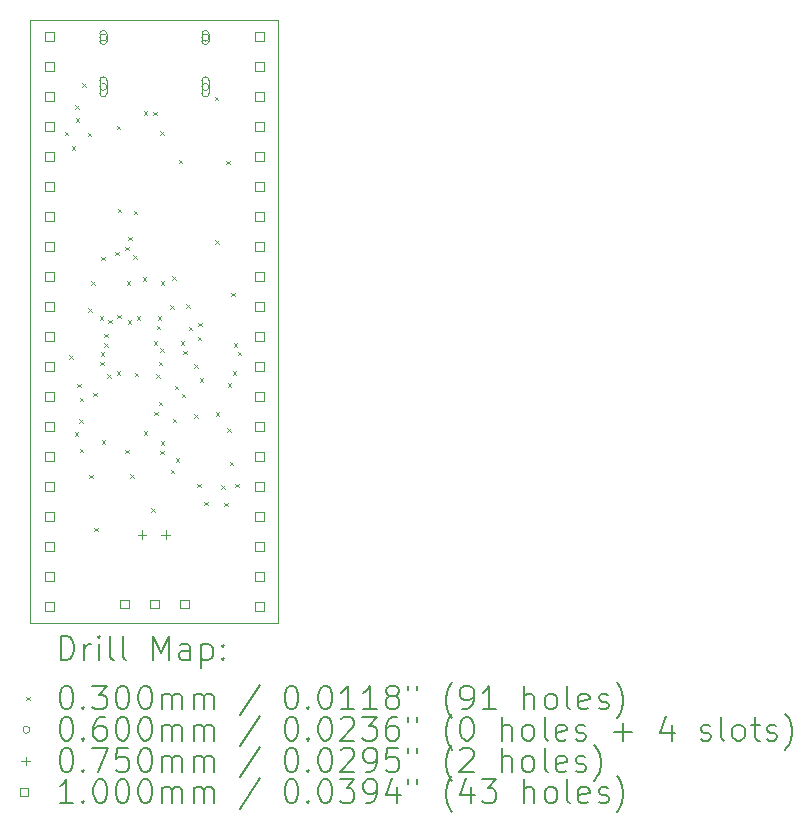
<source format=gbr>
%TF.GenerationSoftware,KiCad,Pcbnew,9.0.6*%
%TF.CreationDate,2026-01-01T23:14:20-05:00*%
%TF.ProjectId,rp2040 better,72703230-3430-4206-9265-747465722e6b,rev?*%
%TF.SameCoordinates,Original*%
%TF.FileFunction,Drillmap*%
%TF.FilePolarity,Positive*%
%FSLAX45Y45*%
G04 Gerber Fmt 4.5, Leading zero omitted, Abs format (unit mm)*
G04 Created by KiCad (PCBNEW 9.0.6) date 2026-01-01 23:14:20*
%MOMM*%
%LPD*%
G01*
G04 APERTURE LIST*
%ADD10C,0.050000*%
%ADD11C,0.200000*%
%ADD12C,0.100000*%
G04 APERTURE END LIST*
D10*
X19025000Y-5400000D02*
X21125000Y-5400000D01*
X21125000Y-10500000D01*
X19025000Y-10500000D01*
X19025000Y-5400000D01*
D11*
D12*
X19314677Y-6342823D02*
X19344677Y-6372823D01*
X19344677Y-6342823D02*
X19314677Y-6372823D01*
X19355147Y-8235000D02*
X19385147Y-8265000D01*
X19385147Y-8235000D02*
X19355147Y-8265000D01*
X19376800Y-6467500D02*
X19406800Y-6497500D01*
X19406800Y-6467500D02*
X19376800Y-6497500D01*
X19402300Y-8886543D02*
X19432300Y-8916543D01*
X19432300Y-8886543D02*
X19402300Y-8916543D01*
X19405000Y-6117500D02*
X19435000Y-6147500D01*
X19435000Y-6117500D02*
X19405000Y-6147500D01*
X19410000Y-6227500D02*
X19440000Y-6257500D01*
X19440000Y-6227500D02*
X19410000Y-6257500D01*
X19423395Y-8475000D02*
X19453395Y-8505000D01*
X19453395Y-8475000D02*
X19423395Y-8505000D01*
X19440400Y-8778664D02*
X19470400Y-8808664D01*
X19470400Y-8778664D02*
X19440400Y-8808664D01*
X19442400Y-9025000D02*
X19472400Y-9055000D01*
X19472400Y-9025000D02*
X19442400Y-9055000D01*
X19445000Y-8595100D02*
X19475000Y-8625100D01*
X19475000Y-8595100D02*
X19445000Y-8625100D01*
X19462500Y-5932500D02*
X19492500Y-5962500D01*
X19492500Y-5932500D02*
X19462500Y-5962500D01*
X19510074Y-6352573D02*
X19540074Y-6382573D01*
X19540074Y-6352573D02*
X19510074Y-6382573D01*
X19515000Y-7837500D02*
X19545000Y-7867500D01*
X19545000Y-7837500D02*
X19515000Y-7867500D01*
X19522500Y-9245000D02*
X19552500Y-9275000D01*
X19552500Y-9245000D02*
X19522500Y-9275000D01*
X19542500Y-7607500D02*
X19572500Y-7637500D01*
X19572500Y-7607500D02*
X19542500Y-7637500D01*
X19559160Y-8552970D02*
X19589160Y-8582970D01*
X19589160Y-8552970D02*
X19559160Y-8582970D01*
X19567500Y-9695000D02*
X19597500Y-9725000D01*
X19597500Y-9695000D02*
X19567500Y-9725000D01*
X19610891Y-7906472D02*
X19640891Y-7936472D01*
X19640891Y-7906472D02*
X19610891Y-7936472D01*
X19619082Y-8289051D02*
X19649082Y-8319051D01*
X19649082Y-8289051D02*
X19619082Y-8319051D01*
X19621608Y-8209091D02*
X19651608Y-8239091D01*
X19651608Y-8209091D02*
X19621608Y-8239091D01*
X19625000Y-7402500D02*
X19655000Y-7432500D01*
X19655000Y-7402500D02*
X19625000Y-7432500D01*
X19630134Y-8955000D02*
X19660134Y-8985000D01*
X19660134Y-8955000D02*
X19630134Y-8985000D01*
X19651250Y-8134785D02*
X19681250Y-8164785D01*
X19681250Y-8134785D02*
X19651250Y-8164785D01*
X19651250Y-8054785D02*
X19681250Y-8084785D01*
X19681250Y-8054785D02*
X19651250Y-8084785D01*
X19676176Y-8393824D02*
X19706176Y-8423824D01*
X19706176Y-8393824D02*
X19676176Y-8423824D01*
X19685283Y-7935899D02*
X19715283Y-7965899D01*
X19715283Y-7935899D02*
X19685283Y-7965899D01*
X19745000Y-7360000D02*
X19775000Y-7390000D01*
X19775000Y-7360000D02*
X19745000Y-7390000D01*
X19755000Y-8372500D02*
X19785000Y-8402500D01*
X19785000Y-8372500D02*
X19755000Y-8402500D01*
X19757600Y-6290778D02*
X19787600Y-6320778D01*
X19787600Y-6290778D02*
X19757600Y-6320778D01*
X19760901Y-7892798D02*
X19790901Y-7922798D01*
X19790901Y-7892798D02*
X19760901Y-7922798D01*
X19765000Y-6994400D02*
X19795000Y-7024400D01*
X19795000Y-6994400D02*
X19765000Y-7024400D01*
X19827500Y-7315000D02*
X19857500Y-7345000D01*
X19857500Y-7315000D02*
X19827500Y-7345000D01*
X19827500Y-9035000D02*
X19857500Y-9065000D01*
X19857500Y-9035000D02*
X19827500Y-9065000D01*
X19842500Y-7610000D02*
X19872500Y-7640000D01*
X19872500Y-7610000D02*
X19842500Y-7640000D01*
X19848750Y-7938750D02*
X19878750Y-7968750D01*
X19878750Y-7938750D02*
X19848750Y-7968750D01*
X19855000Y-7230000D02*
X19885000Y-7260000D01*
X19885000Y-7230000D02*
X19855000Y-7260000D01*
X19871815Y-9243093D02*
X19901815Y-9273093D01*
X19901815Y-9243093D02*
X19871815Y-9273093D01*
X19895076Y-7387576D02*
X19925076Y-7417576D01*
X19925076Y-7387576D02*
X19895076Y-7417576D01*
X19901762Y-7013385D02*
X19931762Y-7043385D01*
X19931762Y-7013385D02*
X19901762Y-7043385D01*
X19910000Y-8382500D02*
X19940000Y-8412500D01*
X19940000Y-8382500D02*
X19910000Y-8412500D01*
X19927500Y-7904900D02*
X19957500Y-7934900D01*
X19957500Y-7904900D02*
X19927500Y-7934900D01*
X19977500Y-7572500D02*
X20007500Y-7602500D01*
X20007500Y-7572500D02*
X19977500Y-7602500D01*
X19984729Y-6169953D02*
X20014729Y-6199953D01*
X20014729Y-6169953D02*
X19984729Y-6199953D01*
X19985000Y-8877500D02*
X20015000Y-8907500D01*
X20015000Y-8877500D02*
X19985000Y-8907500D01*
X20047500Y-9532500D02*
X20077500Y-9562500D01*
X20077500Y-9532500D02*
X20047500Y-9562500D01*
X20064686Y-6172572D02*
X20094686Y-6202572D01*
X20094686Y-6172572D02*
X20064686Y-6202572D01*
X20071250Y-8114379D02*
X20101250Y-8144379D01*
X20101250Y-8114379D02*
X20071250Y-8144379D01*
X20074497Y-8712500D02*
X20104497Y-8742500D01*
X20104497Y-8712500D02*
X20074497Y-8742500D01*
X20092500Y-8395000D02*
X20122500Y-8425000D01*
X20122500Y-8395000D02*
X20092500Y-8425000D01*
X20094207Y-7984352D02*
X20124207Y-8014352D01*
X20124207Y-7984352D02*
X20094207Y-8014352D01*
X20104927Y-7905073D02*
X20134927Y-7935073D01*
X20134927Y-7905073D02*
X20104927Y-7935073D01*
X20111300Y-8628600D02*
X20141300Y-8658600D01*
X20141300Y-8628600D02*
X20111300Y-8658600D01*
X20113250Y-8291279D02*
X20143250Y-8321279D01*
X20143250Y-8291279D02*
X20113250Y-8321279D01*
X20123617Y-8174859D02*
X20153617Y-8204859D01*
X20153617Y-8174859D02*
X20123617Y-8204859D01*
X20124686Y-6337500D02*
X20154686Y-6367500D01*
X20154686Y-6337500D02*
X20124686Y-6367500D01*
X20125200Y-9045000D02*
X20155200Y-9075000D01*
X20155200Y-9045000D02*
X20125200Y-9075000D01*
X20128928Y-8965087D02*
X20158928Y-8995087D01*
X20158928Y-8965087D02*
X20128928Y-8995087D01*
X20130000Y-7610000D02*
X20160000Y-7640000D01*
X20160000Y-7610000D02*
X20130000Y-7640000D01*
X20210000Y-7812500D02*
X20240000Y-7842500D01*
X20240000Y-7812500D02*
X20210000Y-7842500D01*
X20215000Y-9202500D02*
X20245000Y-9232500D01*
X20245000Y-9202500D02*
X20215000Y-9232500D01*
X20225000Y-7567500D02*
X20255000Y-7597500D01*
X20255000Y-7567500D02*
X20225000Y-7597500D01*
X20230602Y-8773102D02*
X20260602Y-8803102D01*
X20260602Y-8773102D02*
X20230602Y-8803102D01*
X20248677Y-8493824D02*
X20278677Y-8523824D01*
X20278677Y-8493824D02*
X20248677Y-8523824D01*
X20257500Y-9105000D02*
X20287500Y-9135000D01*
X20287500Y-9105000D02*
X20257500Y-9135000D01*
X20282606Y-6580000D02*
X20312606Y-6610000D01*
X20312606Y-6580000D02*
X20282606Y-6610000D01*
X20297649Y-8117502D02*
X20327649Y-8147502D01*
X20327649Y-8117502D02*
X20297649Y-8147502D01*
X20307600Y-8562500D02*
X20337600Y-8592500D01*
X20337600Y-8562500D02*
X20307600Y-8592500D01*
X20317500Y-8195000D02*
X20347500Y-8225000D01*
X20347500Y-8195000D02*
X20317500Y-8225000D01*
X20345000Y-7802500D02*
X20375000Y-7832500D01*
X20375000Y-7802500D02*
X20345000Y-7832500D01*
X20367500Y-7995000D02*
X20397500Y-8025000D01*
X20397500Y-7995000D02*
X20367500Y-8025000D01*
X20410787Y-8312886D02*
X20440787Y-8342886D01*
X20440787Y-8312886D02*
X20410787Y-8342886D01*
X20410887Y-8735000D02*
X20440887Y-8765000D01*
X20440887Y-8735000D02*
X20410887Y-8765000D01*
X20438000Y-9323000D02*
X20468000Y-9353000D01*
X20468000Y-9323000D02*
X20438000Y-9353000D01*
X20441000Y-8078578D02*
X20471000Y-8108578D01*
X20471000Y-8078578D02*
X20441000Y-8108578D01*
X20446754Y-7958364D02*
X20476754Y-7988364D01*
X20476754Y-7958364D02*
X20446754Y-7988364D01*
X20459505Y-8430317D02*
X20489505Y-8460317D01*
X20489505Y-8430317D02*
X20459505Y-8460317D01*
X20497500Y-9475000D02*
X20527500Y-9505000D01*
X20527500Y-9475000D02*
X20497500Y-9505000D01*
X20587500Y-6045000D02*
X20617500Y-6075000D01*
X20617500Y-6045000D02*
X20587500Y-6075000D01*
X20590000Y-7260000D02*
X20620000Y-7290000D01*
X20620000Y-7260000D02*
X20590000Y-7290000D01*
X20595000Y-8717500D02*
X20625000Y-8747500D01*
X20625000Y-8717500D02*
X20595000Y-8747500D01*
X20642500Y-9335000D02*
X20672500Y-9365000D01*
X20672500Y-9335000D02*
X20642500Y-9365000D01*
X20665000Y-9482500D02*
X20695000Y-9512500D01*
X20695000Y-9482500D02*
X20665000Y-9512500D01*
X20685000Y-6587500D02*
X20715000Y-6617500D01*
X20715000Y-6587500D02*
X20685000Y-6617500D01*
X20690000Y-8855000D02*
X20720000Y-8885000D01*
X20720000Y-8855000D02*
X20690000Y-8885000D01*
X20697500Y-8470000D02*
X20727500Y-8500000D01*
X20727500Y-8470000D02*
X20697500Y-8500000D01*
X20712500Y-9137500D02*
X20742500Y-9167500D01*
X20742500Y-9137500D02*
X20712500Y-9167500D01*
X20727409Y-7707500D02*
X20757409Y-7737500D01*
X20757409Y-7707500D02*
X20727409Y-7737500D01*
X20739800Y-8370000D02*
X20769800Y-8400000D01*
X20769800Y-8370000D02*
X20739800Y-8400000D01*
X20747500Y-8131899D02*
X20777500Y-8161899D01*
X20777500Y-8131899D02*
X20747500Y-8161899D01*
X20760600Y-9322500D02*
X20790600Y-9352500D01*
X20790600Y-9322500D02*
X20760600Y-9352500D01*
X20780000Y-8205000D02*
X20810000Y-8235000D01*
X20810000Y-8205000D02*
X20780000Y-8235000D01*
X19673000Y-5545000D02*
G75*
G02*
X19613000Y-5545000I-30000J0D01*
G01*
X19613000Y-5545000D02*
G75*
G02*
X19673000Y-5545000I30000J0D01*
G01*
X19673000Y-5575000D02*
X19673000Y-5515000D01*
X19613000Y-5515000D02*
G75*
G02*
X19673000Y-5515000I30000J0D01*
G01*
X19613000Y-5515000D02*
X19613000Y-5575000D01*
X19613000Y-5575000D02*
G75*
G03*
X19673000Y-5575000I30000J0D01*
G01*
X19673000Y-5963000D02*
G75*
G02*
X19613000Y-5963000I-30000J0D01*
G01*
X19613000Y-5963000D02*
G75*
G02*
X19673000Y-5963000I30000J0D01*
G01*
X19673000Y-6018000D02*
X19673000Y-5908000D01*
X19613000Y-5908000D02*
G75*
G02*
X19673000Y-5908000I30000J0D01*
G01*
X19613000Y-5908000D02*
X19613000Y-6018000D01*
X19613000Y-6018000D02*
G75*
G03*
X19673000Y-6018000I30000J0D01*
G01*
X20537000Y-5545000D02*
G75*
G02*
X20477000Y-5545000I-30000J0D01*
G01*
X20477000Y-5545000D02*
G75*
G02*
X20537000Y-5545000I30000J0D01*
G01*
X20537000Y-5575000D02*
X20537000Y-5515000D01*
X20477000Y-5515000D02*
G75*
G02*
X20537000Y-5515000I30000J0D01*
G01*
X20477000Y-5515000D02*
X20477000Y-5575000D01*
X20477000Y-5575000D02*
G75*
G03*
X20537000Y-5575000I30000J0D01*
G01*
X20537000Y-5963000D02*
G75*
G02*
X20477000Y-5963000I-30000J0D01*
G01*
X20477000Y-5963000D02*
G75*
G02*
X20537000Y-5963000I30000J0D01*
G01*
X20537000Y-6018000D02*
X20537000Y-5908000D01*
X20477000Y-5908000D02*
G75*
G02*
X20537000Y-5908000I30000J0D01*
G01*
X20477000Y-5908000D02*
X20477000Y-6018000D01*
X20477000Y-6018000D02*
G75*
G03*
X20537000Y-6018000I30000J0D01*
G01*
X19970000Y-9717500D02*
X19970000Y-9792500D01*
X19932500Y-9755000D02*
X20007500Y-9755000D01*
X20170000Y-9717500D02*
X20170000Y-9792500D01*
X20132500Y-9755000D02*
X20207500Y-9755000D01*
X19221356Y-5572356D02*
X19221356Y-5501644D01*
X19150644Y-5501644D01*
X19150644Y-5572356D01*
X19221356Y-5572356D01*
X19221356Y-5826356D02*
X19221356Y-5755644D01*
X19150644Y-5755644D01*
X19150644Y-5826356D01*
X19221356Y-5826356D01*
X19221356Y-6080356D02*
X19221356Y-6009644D01*
X19150644Y-6009644D01*
X19150644Y-6080356D01*
X19221356Y-6080356D01*
X19221356Y-6334356D02*
X19221356Y-6263644D01*
X19150644Y-6263644D01*
X19150644Y-6334356D01*
X19221356Y-6334356D01*
X19221356Y-6588356D02*
X19221356Y-6517644D01*
X19150644Y-6517644D01*
X19150644Y-6588356D01*
X19221356Y-6588356D01*
X19221356Y-6842356D02*
X19221356Y-6771644D01*
X19150644Y-6771644D01*
X19150644Y-6842356D01*
X19221356Y-6842356D01*
X19221356Y-7096356D02*
X19221356Y-7025644D01*
X19150644Y-7025644D01*
X19150644Y-7096356D01*
X19221356Y-7096356D01*
X19221356Y-7350356D02*
X19221356Y-7279644D01*
X19150644Y-7279644D01*
X19150644Y-7350356D01*
X19221356Y-7350356D01*
X19221356Y-7604356D02*
X19221356Y-7533644D01*
X19150644Y-7533644D01*
X19150644Y-7604356D01*
X19221356Y-7604356D01*
X19221356Y-7858356D02*
X19221356Y-7787644D01*
X19150644Y-7787644D01*
X19150644Y-7858356D01*
X19221356Y-7858356D01*
X19221356Y-8112356D02*
X19221356Y-8041644D01*
X19150644Y-8041644D01*
X19150644Y-8112356D01*
X19221356Y-8112356D01*
X19221356Y-8366356D02*
X19221356Y-8295644D01*
X19150644Y-8295644D01*
X19150644Y-8366356D01*
X19221356Y-8366356D01*
X19221356Y-8620356D02*
X19221356Y-8549644D01*
X19150644Y-8549644D01*
X19150644Y-8620356D01*
X19221356Y-8620356D01*
X19221356Y-8874356D02*
X19221356Y-8803644D01*
X19150644Y-8803644D01*
X19150644Y-8874356D01*
X19221356Y-8874356D01*
X19221356Y-9128356D02*
X19221356Y-9057644D01*
X19150644Y-9057644D01*
X19150644Y-9128356D01*
X19221356Y-9128356D01*
X19221356Y-9382356D02*
X19221356Y-9311644D01*
X19150644Y-9311644D01*
X19150644Y-9382356D01*
X19221356Y-9382356D01*
X19221356Y-9636356D02*
X19221356Y-9565644D01*
X19150644Y-9565644D01*
X19150644Y-9636356D01*
X19221356Y-9636356D01*
X19221356Y-9890356D02*
X19221356Y-9819644D01*
X19150644Y-9819644D01*
X19150644Y-9890356D01*
X19221356Y-9890356D01*
X19221356Y-10144356D02*
X19221356Y-10073644D01*
X19150644Y-10073644D01*
X19150644Y-10144356D01*
X19221356Y-10144356D01*
X19221356Y-10398356D02*
X19221356Y-10327644D01*
X19150644Y-10327644D01*
X19150644Y-10398356D01*
X19221356Y-10398356D01*
X19856356Y-10374356D02*
X19856356Y-10303644D01*
X19785644Y-10303644D01*
X19785644Y-10374356D01*
X19856356Y-10374356D01*
X20110356Y-10374356D02*
X20110356Y-10303644D01*
X20039644Y-10303644D01*
X20039644Y-10374356D01*
X20110356Y-10374356D01*
X20364356Y-10374356D02*
X20364356Y-10303644D01*
X20293644Y-10303644D01*
X20293644Y-10374356D01*
X20364356Y-10374356D01*
X20999356Y-5572356D02*
X20999356Y-5501644D01*
X20928644Y-5501644D01*
X20928644Y-5572356D01*
X20999356Y-5572356D01*
X20999356Y-5826356D02*
X20999356Y-5755644D01*
X20928644Y-5755644D01*
X20928644Y-5826356D01*
X20999356Y-5826356D01*
X20999356Y-6080356D02*
X20999356Y-6009644D01*
X20928644Y-6009644D01*
X20928644Y-6080356D01*
X20999356Y-6080356D01*
X20999356Y-6334356D02*
X20999356Y-6263644D01*
X20928644Y-6263644D01*
X20928644Y-6334356D01*
X20999356Y-6334356D01*
X20999356Y-6588356D02*
X20999356Y-6517644D01*
X20928644Y-6517644D01*
X20928644Y-6588356D01*
X20999356Y-6588356D01*
X20999356Y-6842356D02*
X20999356Y-6771644D01*
X20928644Y-6771644D01*
X20928644Y-6842356D01*
X20999356Y-6842356D01*
X20999356Y-7096356D02*
X20999356Y-7025644D01*
X20928644Y-7025644D01*
X20928644Y-7096356D01*
X20999356Y-7096356D01*
X20999356Y-7350356D02*
X20999356Y-7279644D01*
X20928644Y-7279644D01*
X20928644Y-7350356D01*
X20999356Y-7350356D01*
X20999356Y-7604356D02*
X20999356Y-7533644D01*
X20928644Y-7533644D01*
X20928644Y-7604356D01*
X20999356Y-7604356D01*
X20999356Y-7858356D02*
X20999356Y-7787644D01*
X20928644Y-7787644D01*
X20928644Y-7858356D01*
X20999356Y-7858356D01*
X20999356Y-8112356D02*
X20999356Y-8041644D01*
X20928644Y-8041644D01*
X20928644Y-8112356D01*
X20999356Y-8112356D01*
X20999356Y-8366356D02*
X20999356Y-8295644D01*
X20928644Y-8295644D01*
X20928644Y-8366356D01*
X20999356Y-8366356D01*
X20999356Y-8620356D02*
X20999356Y-8549644D01*
X20928644Y-8549644D01*
X20928644Y-8620356D01*
X20999356Y-8620356D01*
X20999356Y-8874356D02*
X20999356Y-8803644D01*
X20928644Y-8803644D01*
X20928644Y-8874356D01*
X20999356Y-8874356D01*
X20999356Y-9128356D02*
X20999356Y-9057644D01*
X20928644Y-9057644D01*
X20928644Y-9128356D01*
X20999356Y-9128356D01*
X20999356Y-9382356D02*
X20999356Y-9311644D01*
X20928644Y-9311644D01*
X20928644Y-9382356D01*
X20999356Y-9382356D01*
X20999356Y-9636356D02*
X20999356Y-9565644D01*
X20928644Y-9565644D01*
X20928644Y-9636356D01*
X20999356Y-9636356D01*
X20999356Y-9890356D02*
X20999356Y-9819644D01*
X20928644Y-9819644D01*
X20928644Y-9890356D01*
X20999356Y-9890356D01*
X20999356Y-10144356D02*
X20999356Y-10073644D01*
X20928644Y-10073644D01*
X20928644Y-10144356D01*
X20999356Y-10144356D01*
X20999356Y-10398356D02*
X20999356Y-10327644D01*
X20928644Y-10327644D01*
X20928644Y-10398356D01*
X20999356Y-10398356D01*
D11*
X19283277Y-10813984D02*
X19283277Y-10613984D01*
X19283277Y-10613984D02*
X19330896Y-10613984D01*
X19330896Y-10613984D02*
X19359467Y-10623508D01*
X19359467Y-10623508D02*
X19378515Y-10642555D01*
X19378515Y-10642555D02*
X19388039Y-10661603D01*
X19388039Y-10661603D02*
X19397563Y-10699698D01*
X19397563Y-10699698D02*
X19397563Y-10728270D01*
X19397563Y-10728270D02*
X19388039Y-10766365D01*
X19388039Y-10766365D02*
X19378515Y-10785412D01*
X19378515Y-10785412D02*
X19359467Y-10804460D01*
X19359467Y-10804460D02*
X19330896Y-10813984D01*
X19330896Y-10813984D02*
X19283277Y-10813984D01*
X19483277Y-10813984D02*
X19483277Y-10680650D01*
X19483277Y-10718746D02*
X19492801Y-10699698D01*
X19492801Y-10699698D02*
X19502324Y-10690174D01*
X19502324Y-10690174D02*
X19521372Y-10680650D01*
X19521372Y-10680650D02*
X19540420Y-10680650D01*
X19607086Y-10813984D02*
X19607086Y-10680650D01*
X19607086Y-10613984D02*
X19597563Y-10623508D01*
X19597563Y-10623508D02*
X19607086Y-10633031D01*
X19607086Y-10633031D02*
X19616610Y-10623508D01*
X19616610Y-10623508D02*
X19607086Y-10613984D01*
X19607086Y-10613984D02*
X19607086Y-10633031D01*
X19730896Y-10813984D02*
X19711848Y-10804460D01*
X19711848Y-10804460D02*
X19702324Y-10785412D01*
X19702324Y-10785412D02*
X19702324Y-10613984D01*
X19835658Y-10813984D02*
X19816610Y-10804460D01*
X19816610Y-10804460D02*
X19807086Y-10785412D01*
X19807086Y-10785412D02*
X19807086Y-10613984D01*
X20064229Y-10813984D02*
X20064229Y-10613984D01*
X20064229Y-10613984D02*
X20130896Y-10756841D01*
X20130896Y-10756841D02*
X20197563Y-10613984D01*
X20197563Y-10613984D02*
X20197563Y-10813984D01*
X20378515Y-10813984D02*
X20378515Y-10709222D01*
X20378515Y-10709222D02*
X20368991Y-10690174D01*
X20368991Y-10690174D02*
X20349944Y-10680650D01*
X20349944Y-10680650D02*
X20311848Y-10680650D01*
X20311848Y-10680650D02*
X20292801Y-10690174D01*
X20378515Y-10804460D02*
X20359467Y-10813984D01*
X20359467Y-10813984D02*
X20311848Y-10813984D01*
X20311848Y-10813984D02*
X20292801Y-10804460D01*
X20292801Y-10804460D02*
X20283277Y-10785412D01*
X20283277Y-10785412D02*
X20283277Y-10766365D01*
X20283277Y-10766365D02*
X20292801Y-10747317D01*
X20292801Y-10747317D02*
X20311848Y-10737793D01*
X20311848Y-10737793D02*
X20359467Y-10737793D01*
X20359467Y-10737793D02*
X20378515Y-10728270D01*
X20473753Y-10680650D02*
X20473753Y-10880650D01*
X20473753Y-10690174D02*
X20492801Y-10680650D01*
X20492801Y-10680650D02*
X20530896Y-10680650D01*
X20530896Y-10680650D02*
X20549944Y-10690174D01*
X20549944Y-10690174D02*
X20559467Y-10699698D01*
X20559467Y-10699698D02*
X20568991Y-10718746D01*
X20568991Y-10718746D02*
X20568991Y-10775889D01*
X20568991Y-10775889D02*
X20559467Y-10794936D01*
X20559467Y-10794936D02*
X20549944Y-10804460D01*
X20549944Y-10804460D02*
X20530896Y-10813984D01*
X20530896Y-10813984D02*
X20492801Y-10813984D01*
X20492801Y-10813984D02*
X20473753Y-10804460D01*
X20654705Y-10794936D02*
X20664229Y-10804460D01*
X20664229Y-10804460D02*
X20654705Y-10813984D01*
X20654705Y-10813984D02*
X20645182Y-10804460D01*
X20645182Y-10804460D02*
X20654705Y-10794936D01*
X20654705Y-10794936D02*
X20654705Y-10813984D01*
X20654705Y-10690174D02*
X20664229Y-10699698D01*
X20664229Y-10699698D02*
X20654705Y-10709222D01*
X20654705Y-10709222D02*
X20645182Y-10699698D01*
X20645182Y-10699698D02*
X20654705Y-10690174D01*
X20654705Y-10690174D02*
X20654705Y-10709222D01*
D12*
X18992500Y-11127500D02*
X19022500Y-11157500D01*
X19022500Y-11127500D02*
X18992500Y-11157500D01*
D11*
X19321372Y-11033984D02*
X19340420Y-11033984D01*
X19340420Y-11033984D02*
X19359467Y-11043508D01*
X19359467Y-11043508D02*
X19368991Y-11053031D01*
X19368991Y-11053031D02*
X19378515Y-11072079D01*
X19378515Y-11072079D02*
X19388039Y-11110174D01*
X19388039Y-11110174D02*
X19388039Y-11157793D01*
X19388039Y-11157793D02*
X19378515Y-11195888D01*
X19378515Y-11195888D02*
X19368991Y-11214936D01*
X19368991Y-11214936D02*
X19359467Y-11224460D01*
X19359467Y-11224460D02*
X19340420Y-11233984D01*
X19340420Y-11233984D02*
X19321372Y-11233984D01*
X19321372Y-11233984D02*
X19302324Y-11224460D01*
X19302324Y-11224460D02*
X19292801Y-11214936D01*
X19292801Y-11214936D02*
X19283277Y-11195888D01*
X19283277Y-11195888D02*
X19273753Y-11157793D01*
X19273753Y-11157793D02*
X19273753Y-11110174D01*
X19273753Y-11110174D02*
X19283277Y-11072079D01*
X19283277Y-11072079D02*
X19292801Y-11053031D01*
X19292801Y-11053031D02*
X19302324Y-11043508D01*
X19302324Y-11043508D02*
X19321372Y-11033984D01*
X19473753Y-11214936D02*
X19483277Y-11224460D01*
X19483277Y-11224460D02*
X19473753Y-11233984D01*
X19473753Y-11233984D02*
X19464229Y-11224460D01*
X19464229Y-11224460D02*
X19473753Y-11214936D01*
X19473753Y-11214936D02*
X19473753Y-11233984D01*
X19549944Y-11033984D02*
X19673753Y-11033984D01*
X19673753Y-11033984D02*
X19607086Y-11110174D01*
X19607086Y-11110174D02*
X19635658Y-11110174D01*
X19635658Y-11110174D02*
X19654705Y-11119698D01*
X19654705Y-11119698D02*
X19664229Y-11129222D01*
X19664229Y-11129222D02*
X19673753Y-11148270D01*
X19673753Y-11148270D02*
X19673753Y-11195888D01*
X19673753Y-11195888D02*
X19664229Y-11214936D01*
X19664229Y-11214936D02*
X19654705Y-11224460D01*
X19654705Y-11224460D02*
X19635658Y-11233984D01*
X19635658Y-11233984D02*
X19578515Y-11233984D01*
X19578515Y-11233984D02*
X19559467Y-11224460D01*
X19559467Y-11224460D02*
X19549944Y-11214936D01*
X19797563Y-11033984D02*
X19816610Y-11033984D01*
X19816610Y-11033984D02*
X19835658Y-11043508D01*
X19835658Y-11043508D02*
X19845182Y-11053031D01*
X19845182Y-11053031D02*
X19854705Y-11072079D01*
X19854705Y-11072079D02*
X19864229Y-11110174D01*
X19864229Y-11110174D02*
X19864229Y-11157793D01*
X19864229Y-11157793D02*
X19854705Y-11195888D01*
X19854705Y-11195888D02*
X19845182Y-11214936D01*
X19845182Y-11214936D02*
X19835658Y-11224460D01*
X19835658Y-11224460D02*
X19816610Y-11233984D01*
X19816610Y-11233984D02*
X19797563Y-11233984D01*
X19797563Y-11233984D02*
X19778515Y-11224460D01*
X19778515Y-11224460D02*
X19768991Y-11214936D01*
X19768991Y-11214936D02*
X19759467Y-11195888D01*
X19759467Y-11195888D02*
X19749944Y-11157793D01*
X19749944Y-11157793D02*
X19749944Y-11110174D01*
X19749944Y-11110174D02*
X19759467Y-11072079D01*
X19759467Y-11072079D02*
X19768991Y-11053031D01*
X19768991Y-11053031D02*
X19778515Y-11043508D01*
X19778515Y-11043508D02*
X19797563Y-11033984D01*
X19988039Y-11033984D02*
X20007086Y-11033984D01*
X20007086Y-11033984D02*
X20026134Y-11043508D01*
X20026134Y-11043508D02*
X20035658Y-11053031D01*
X20035658Y-11053031D02*
X20045182Y-11072079D01*
X20045182Y-11072079D02*
X20054705Y-11110174D01*
X20054705Y-11110174D02*
X20054705Y-11157793D01*
X20054705Y-11157793D02*
X20045182Y-11195888D01*
X20045182Y-11195888D02*
X20035658Y-11214936D01*
X20035658Y-11214936D02*
X20026134Y-11224460D01*
X20026134Y-11224460D02*
X20007086Y-11233984D01*
X20007086Y-11233984D02*
X19988039Y-11233984D01*
X19988039Y-11233984D02*
X19968991Y-11224460D01*
X19968991Y-11224460D02*
X19959467Y-11214936D01*
X19959467Y-11214936D02*
X19949944Y-11195888D01*
X19949944Y-11195888D02*
X19940420Y-11157793D01*
X19940420Y-11157793D02*
X19940420Y-11110174D01*
X19940420Y-11110174D02*
X19949944Y-11072079D01*
X19949944Y-11072079D02*
X19959467Y-11053031D01*
X19959467Y-11053031D02*
X19968991Y-11043508D01*
X19968991Y-11043508D02*
X19988039Y-11033984D01*
X20140420Y-11233984D02*
X20140420Y-11100650D01*
X20140420Y-11119698D02*
X20149944Y-11110174D01*
X20149944Y-11110174D02*
X20168991Y-11100650D01*
X20168991Y-11100650D02*
X20197563Y-11100650D01*
X20197563Y-11100650D02*
X20216610Y-11110174D01*
X20216610Y-11110174D02*
X20226134Y-11129222D01*
X20226134Y-11129222D02*
X20226134Y-11233984D01*
X20226134Y-11129222D02*
X20235658Y-11110174D01*
X20235658Y-11110174D02*
X20254705Y-11100650D01*
X20254705Y-11100650D02*
X20283277Y-11100650D01*
X20283277Y-11100650D02*
X20302325Y-11110174D01*
X20302325Y-11110174D02*
X20311848Y-11129222D01*
X20311848Y-11129222D02*
X20311848Y-11233984D01*
X20407086Y-11233984D02*
X20407086Y-11100650D01*
X20407086Y-11119698D02*
X20416610Y-11110174D01*
X20416610Y-11110174D02*
X20435658Y-11100650D01*
X20435658Y-11100650D02*
X20464229Y-11100650D01*
X20464229Y-11100650D02*
X20483277Y-11110174D01*
X20483277Y-11110174D02*
X20492801Y-11129222D01*
X20492801Y-11129222D02*
X20492801Y-11233984D01*
X20492801Y-11129222D02*
X20502325Y-11110174D01*
X20502325Y-11110174D02*
X20521372Y-11100650D01*
X20521372Y-11100650D02*
X20549944Y-11100650D01*
X20549944Y-11100650D02*
X20568991Y-11110174D01*
X20568991Y-11110174D02*
X20578515Y-11129222D01*
X20578515Y-11129222D02*
X20578515Y-11233984D01*
X20968991Y-11024460D02*
X20797563Y-11281603D01*
X21226134Y-11033984D02*
X21245182Y-11033984D01*
X21245182Y-11033984D02*
X21264229Y-11043508D01*
X21264229Y-11043508D02*
X21273753Y-11053031D01*
X21273753Y-11053031D02*
X21283277Y-11072079D01*
X21283277Y-11072079D02*
X21292801Y-11110174D01*
X21292801Y-11110174D02*
X21292801Y-11157793D01*
X21292801Y-11157793D02*
X21283277Y-11195888D01*
X21283277Y-11195888D02*
X21273753Y-11214936D01*
X21273753Y-11214936D02*
X21264229Y-11224460D01*
X21264229Y-11224460D02*
X21245182Y-11233984D01*
X21245182Y-11233984D02*
X21226134Y-11233984D01*
X21226134Y-11233984D02*
X21207087Y-11224460D01*
X21207087Y-11224460D02*
X21197563Y-11214936D01*
X21197563Y-11214936D02*
X21188039Y-11195888D01*
X21188039Y-11195888D02*
X21178515Y-11157793D01*
X21178515Y-11157793D02*
X21178515Y-11110174D01*
X21178515Y-11110174D02*
X21188039Y-11072079D01*
X21188039Y-11072079D02*
X21197563Y-11053031D01*
X21197563Y-11053031D02*
X21207087Y-11043508D01*
X21207087Y-11043508D02*
X21226134Y-11033984D01*
X21378515Y-11214936D02*
X21388039Y-11224460D01*
X21388039Y-11224460D02*
X21378515Y-11233984D01*
X21378515Y-11233984D02*
X21368991Y-11224460D01*
X21368991Y-11224460D02*
X21378515Y-11214936D01*
X21378515Y-11214936D02*
X21378515Y-11233984D01*
X21511848Y-11033984D02*
X21530896Y-11033984D01*
X21530896Y-11033984D02*
X21549944Y-11043508D01*
X21549944Y-11043508D02*
X21559468Y-11053031D01*
X21559468Y-11053031D02*
X21568991Y-11072079D01*
X21568991Y-11072079D02*
X21578515Y-11110174D01*
X21578515Y-11110174D02*
X21578515Y-11157793D01*
X21578515Y-11157793D02*
X21568991Y-11195888D01*
X21568991Y-11195888D02*
X21559468Y-11214936D01*
X21559468Y-11214936D02*
X21549944Y-11224460D01*
X21549944Y-11224460D02*
X21530896Y-11233984D01*
X21530896Y-11233984D02*
X21511848Y-11233984D01*
X21511848Y-11233984D02*
X21492801Y-11224460D01*
X21492801Y-11224460D02*
X21483277Y-11214936D01*
X21483277Y-11214936D02*
X21473753Y-11195888D01*
X21473753Y-11195888D02*
X21464229Y-11157793D01*
X21464229Y-11157793D02*
X21464229Y-11110174D01*
X21464229Y-11110174D02*
X21473753Y-11072079D01*
X21473753Y-11072079D02*
X21483277Y-11053031D01*
X21483277Y-11053031D02*
X21492801Y-11043508D01*
X21492801Y-11043508D02*
X21511848Y-11033984D01*
X21768991Y-11233984D02*
X21654706Y-11233984D01*
X21711848Y-11233984D02*
X21711848Y-11033984D01*
X21711848Y-11033984D02*
X21692801Y-11062555D01*
X21692801Y-11062555D02*
X21673753Y-11081603D01*
X21673753Y-11081603D02*
X21654706Y-11091127D01*
X21959468Y-11233984D02*
X21845182Y-11233984D01*
X21902325Y-11233984D02*
X21902325Y-11033984D01*
X21902325Y-11033984D02*
X21883277Y-11062555D01*
X21883277Y-11062555D02*
X21864229Y-11081603D01*
X21864229Y-11081603D02*
X21845182Y-11091127D01*
X22073753Y-11119698D02*
X22054706Y-11110174D01*
X22054706Y-11110174D02*
X22045182Y-11100650D01*
X22045182Y-11100650D02*
X22035658Y-11081603D01*
X22035658Y-11081603D02*
X22035658Y-11072079D01*
X22035658Y-11072079D02*
X22045182Y-11053031D01*
X22045182Y-11053031D02*
X22054706Y-11043508D01*
X22054706Y-11043508D02*
X22073753Y-11033984D01*
X22073753Y-11033984D02*
X22111849Y-11033984D01*
X22111849Y-11033984D02*
X22130896Y-11043508D01*
X22130896Y-11043508D02*
X22140420Y-11053031D01*
X22140420Y-11053031D02*
X22149944Y-11072079D01*
X22149944Y-11072079D02*
X22149944Y-11081603D01*
X22149944Y-11081603D02*
X22140420Y-11100650D01*
X22140420Y-11100650D02*
X22130896Y-11110174D01*
X22130896Y-11110174D02*
X22111849Y-11119698D01*
X22111849Y-11119698D02*
X22073753Y-11119698D01*
X22073753Y-11119698D02*
X22054706Y-11129222D01*
X22054706Y-11129222D02*
X22045182Y-11138746D01*
X22045182Y-11138746D02*
X22035658Y-11157793D01*
X22035658Y-11157793D02*
X22035658Y-11195888D01*
X22035658Y-11195888D02*
X22045182Y-11214936D01*
X22045182Y-11214936D02*
X22054706Y-11224460D01*
X22054706Y-11224460D02*
X22073753Y-11233984D01*
X22073753Y-11233984D02*
X22111849Y-11233984D01*
X22111849Y-11233984D02*
X22130896Y-11224460D01*
X22130896Y-11224460D02*
X22140420Y-11214936D01*
X22140420Y-11214936D02*
X22149944Y-11195888D01*
X22149944Y-11195888D02*
X22149944Y-11157793D01*
X22149944Y-11157793D02*
X22140420Y-11138746D01*
X22140420Y-11138746D02*
X22130896Y-11129222D01*
X22130896Y-11129222D02*
X22111849Y-11119698D01*
X22226134Y-11033984D02*
X22226134Y-11072079D01*
X22302325Y-11033984D02*
X22302325Y-11072079D01*
X22597563Y-11310174D02*
X22588039Y-11300650D01*
X22588039Y-11300650D02*
X22568991Y-11272079D01*
X22568991Y-11272079D02*
X22559468Y-11253031D01*
X22559468Y-11253031D02*
X22549944Y-11224460D01*
X22549944Y-11224460D02*
X22540420Y-11176841D01*
X22540420Y-11176841D02*
X22540420Y-11138746D01*
X22540420Y-11138746D02*
X22549944Y-11091127D01*
X22549944Y-11091127D02*
X22559468Y-11062555D01*
X22559468Y-11062555D02*
X22568991Y-11043508D01*
X22568991Y-11043508D02*
X22588039Y-11014936D01*
X22588039Y-11014936D02*
X22597563Y-11005412D01*
X22683277Y-11233984D02*
X22721372Y-11233984D01*
X22721372Y-11233984D02*
X22740420Y-11224460D01*
X22740420Y-11224460D02*
X22749944Y-11214936D01*
X22749944Y-11214936D02*
X22768991Y-11186365D01*
X22768991Y-11186365D02*
X22778515Y-11148270D01*
X22778515Y-11148270D02*
X22778515Y-11072079D01*
X22778515Y-11072079D02*
X22768991Y-11053031D01*
X22768991Y-11053031D02*
X22759468Y-11043508D01*
X22759468Y-11043508D02*
X22740420Y-11033984D01*
X22740420Y-11033984D02*
X22702325Y-11033984D01*
X22702325Y-11033984D02*
X22683277Y-11043508D01*
X22683277Y-11043508D02*
X22673753Y-11053031D01*
X22673753Y-11053031D02*
X22664229Y-11072079D01*
X22664229Y-11072079D02*
X22664229Y-11119698D01*
X22664229Y-11119698D02*
X22673753Y-11138746D01*
X22673753Y-11138746D02*
X22683277Y-11148270D01*
X22683277Y-11148270D02*
X22702325Y-11157793D01*
X22702325Y-11157793D02*
X22740420Y-11157793D01*
X22740420Y-11157793D02*
X22759468Y-11148270D01*
X22759468Y-11148270D02*
X22768991Y-11138746D01*
X22768991Y-11138746D02*
X22778515Y-11119698D01*
X22968991Y-11233984D02*
X22854706Y-11233984D01*
X22911848Y-11233984D02*
X22911848Y-11033984D01*
X22911848Y-11033984D02*
X22892801Y-11062555D01*
X22892801Y-11062555D02*
X22873753Y-11081603D01*
X22873753Y-11081603D02*
X22854706Y-11091127D01*
X23207087Y-11233984D02*
X23207087Y-11033984D01*
X23292801Y-11233984D02*
X23292801Y-11129222D01*
X23292801Y-11129222D02*
X23283277Y-11110174D01*
X23283277Y-11110174D02*
X23264230Y-11100650D01*
X23264230Y-11100650D02*
X23235658Y-11100650D01*
X23235658Y-11100650D02*
X23216610Y-11110174D01*
X23216610Y-11110174D02*
X23207087Y-11119698D01*
X23416610Y-11233984D02*
X23397563Y-11224460D01*
X23397563Y-11224460D02*
X23388039Y-11214936D01*
X23388039Y-11214936D02*
X23378515Y-11195888D01*
X23378515Y-11195888D02*
X23378515Y-11138746D01*
X23378515Y-11138746D02*
X23388039Y-11119698D01*
X23388039Y-11119698D02*
X23397563Y-11110174D01*
X23397563Y-11110174D02*
X23416610Y-11100650D01*
X23416610Y-11100650D02*
X23445182Y-11100650D01*
X23445182Y-11100650D02*
X23464230Y-11110174D01*
X23464230Y-11110174D02*
X23473753Y-11119698D01*
X23473753Y-11119698D02*
X23483277Y-11138746D01*
X23483277Y-11138746D02*
X23483277Y-11195888D01*
X23483277Y-11195888D02*
X23473753Y-11214936D01*
X23473753Y-11214936D02*
X23464230Y-11224460D01*
X23464230Y-11224460D02*
X23445182Y-11233984D01*
X23445182Y-11233984D02*
X23416610Y-11233984D01*
X23597563Y-11233984D02*
X23578515Y-11224460D01*
X23578515Y-11224460D02*
X23568991Y-11205412D01*
X23568991Y-11205412D02*
X23568991Y-11033984D01*
X23749944Y-11224460D02*
X23730896Y-11233984D01*
X23730896Y-11233984D02*
X23692801Y-11233984D01*
X23692801Y-11233984D02*
X23673753Y-11224460D01*
X23673753Y-11224460D02*
X23664230Y-11205412D01*
X23664230Y-11205412D02*
X23664230Y-11129222D01*
X23664230Y-11129222D02*
X23673753Y-11110174D01*
X23673753Y-11110174D02*
X23692801Y-11100650D01*
X23692801Y-11100650D02*
X23730896Y-11100650D01*
X23730896Y-11100650D02*
X23749944Y-11110174D01*
X23749944Y-11110174D02*
X23759468Y-11129222D01*
X23759468Y-11129222D02*
X23759468Y-11148270D01*
X23759468Y-11148270D02*
X23664230Y-11167317D01*
X23835658Y-11224460D02*
X23854706Y-11233984D01*
X23854706Y-11233984D02*
X23892801Y-11233984D01*
X23892801Y-11233984D02*
X23911849Y-11224460D01*
X23911849Y-11224460D02*
X23921372Y-11205412D01*
X23921372Y-11205412D02*
X23921372Y-11195888D01*
X23921372Y-11195888D02*
X23911849Y-11176841D01*
X23911849Y-11176841D02*
X23892801Y-11167317D01*
X23892801Y-11167317D02*
X23864230Y-11167317D01*
X23864230Y-11167317D02*
X23845182Y-11157793D01*
X23845182Y-11157793D02*
X23835658Y-11138746D01*
X23835658Y-11138746D02*
X23835658Y-11129222D01*
X23835658Y-11129222D02*
X23845182Y-11110174D01*
X23845182Y-11110174D02*
X23864230Y-11100650D01*
X23864230Y-11100650D02*
X23892801Y-11100650D01*
X23892801Y-11100650D02*
X23911849Y-11110174D01*
X23988039Y-11310174D02*
X23997563Y-11300650D01*
X23997563Y-11300650D02*
X24016611Y-11272079D01*
X24016611Y-11272079D02*
X24026134Y-11253031D01*
X24026134Y-11253031D02*
X24035658Y-11224460D01*
X24035658Y-11224460D02*
X24045182Y-11176841D01*
X24045182Y-11176841D02*
X24045182Y-11138746D01*
X24045182Y-11138746D02*
X24035658Y-11091127D01*
X24035658Y-11091127D02*
X24026134Y-11062555D01*
X24026134Y-11062555D02*
X24016611Y-11043508D01*
X24016611Y-11043508D02*
X23997563Y-11014936D01*
X23997563Y-11014936D02*
X23988039Y-11005412D01*
D12*
X19022500Y-11406500D02*
G75*
G02*
X18962500Y-11406500I-30000J0D01*
G01*
X18962500Y-11406500D02*
G75*
G02*
X19022500Y-11406500I30000J0D01*
G01*
D11*
X19321372Y-11297984D02*
X19340420Y-11297984D01*
X19340420Y-11297984D02*
X19359467Y-11307508D01*
X19359467Y-11307508D02*
X19368991Y-11317031D01*
X19368991Y-11317031D02*
X19378515Y-11336079D01*
X19378515Y-11336079D02*
X19388039Y-11374174D01*
X19388039Y-11374174D02*
X19388039Y-11421793D01*
X19388039Y-11421793D02*
X19378515Y-11459888D01*
X19378515Y-11459888D02*
X19368991Y-11478936D01*
X19368991Y-11478936D02*
X19359467Y-11488460D01*
X19359467Y-11488460D02*
X19340420Y-11497984D01*
X19340420Y-11497984D02*
X19321372Y-11497984D01*
X19321372Y-11497984D02*
X19302324Y-11488460D01*
X19302324Y-11488460D02*
X19292801Y-11478936D01*
X19292801Y-11478936D02*
X19283277Y-11459888D01*
X19283277Y-11459888D02*
X19273753Y-11421793D01*
X19273753Y-11421793D02*
X19273753Y-11374174D01*
X19273753Y-11374174D02*
X19283277Y-11336079D01*
X19283277Y-11336079D02*
X19292801Y-11317031D01*
X19292801Y-11317031D02*
X19302324Y-11307508D01*
X19302324Y-11307508D02*
X19321372Y-11297984D01*
X19473753Y-11478936D02*
X19483277Y-11488460D01*
X19483277Y-11488460D02*
X19473753Y-11497984D01*
X19473753Y-11497984D02*
X19464229Y-11488460D01*
X19464229Y-11488460D02*
X19473753Y-11478936D01*
X19473753Y-11478936D02*
X19473753Y-11497984D01*
X19654705Y-11297984D02*
X19616610Y-11297984D01*
X19616610Y-11297984D02*
X19597563Y-11307508D01*
X19597563Y-11307508D02*
X19588039Y-11317031D01*
X19588039Y-11317031D02*
X19568991Y-11345603D01*
X19568991Y-11345603D02*
X19559467Y-11383698D01*
X19559467Y-11383698D02*
X19559467Y-11459888D01*
X19559467Y-11459888D02*
X19568991Y-11478936D01*
X19568991Y-11478936D02*
X19578515Y-11488460D01*
X19578515Y-11488460D02*
X19597563Y-11497984D01*
X19597563Y-11497984D02*
X19635658Y-11497984D01*
X19635658Y-11497984D02*
X19654705Y-11488460D01*
X19654705Y-11488460D02*
X19664229Y-11478936D01*
X19664229Y-11478936D02*
X19673753Y-11459888D01*
X19673753Y-11459888D02*
X19673753Y-11412269D01*
X19673753Y-11412269D02*
X19664229Y-11393222D01*
X19664229Y-11393222D02*
X19654705Y-11383698D01*
X19654705Y-11383698D02*
X19635658Y-11374174D01*
X19635658Y-11374174D02*
X19597563Y-11374174D01*
X19597563Y-11374174D02*
X19578515Y-11383698D01*
X19578515Y-11383698D02*
X19568991Y-11393222D01*
X19568991Y-11393222D02*
X19559467Y-11412269D01*
X19797563Y-11297984D02*
X19816610Y-11297984D01*
X19816610Y-11297984D02*
X19835658Y-11307508D01*
X19835658Y-11307508D02*
X19845182Y-11317031D01*
X19845182Y-11317031D02*
X19854705Y-11336079D01*
X19854705Y-11336079D02*
X19864229Y-11374174D01*
X19864229Y-11374174D02*
X19864229Y-11421793D01*
X19864229Y-11421793D02*
X19854705Y-11459888D01*
X19854705Y-11459888D02*
X19845182Y-11478936D01*
X19845182Y-11478936D02*
X19835658Y-11488460D01*
X19835658Y-11488460D02*
X19816610Y-11497984D01*
X19816610Y-11497984D02*
X19797563Y-11497984D01*
X19797563Y-11497984D02*
X19778515Y-11488460D01*
X19778515Y-11488460D02*
X19768991Y-11478936D01*
X19768991Y-11478936D02*
X19759467Y-11459888D01*
X19759467Y-11459888D02*
X19749944Y-11421793D01*
X19749944Y-11421793D02*
X19749944Y-11374174D01*
X19749944Y-11374174D02*
X19759467Y-11336079D01*
X19759467Y-11336079D02*
X19768991Y-11317031D01*
X19768991Y-11317031D02*
X19778515Y-11307508D01*
X19778515Y-11307508D02*
X19797563Y-11297984D01*
X19988039Y-11297984D02*
X20007086Y-11297984D01*
X20007086Y-11297984D02*
X20026134Y-11307508D01*
X20026134Y-11307508D02*
X20035658Y-11317031D01*
X20035658Y-11317031D02*
X20045182Y-11336079D01*
X20045182Y-11336079D02*
X20054705Y-11374174D01*
X20054705Y-11374174D02*
X20054705Y-11421793D01*
X20054705Y-11421793D02*
X20045182Y-11459888D01*
X20045182Y-11459888D02*
X20035658Y-11478936D01*
X20035658Y-11478936D02*
X20026134Y-11488460D01*
X20026134Y-11488460D02*
X20007086Y-11497984D01*
X20007086Y-11497984D02*
X19988039Y-11497984D01*
X19988039Y-11497984D02*
X19968991Y-11488460D01*
X19968991Y-11488460D02*
X19959467Y-11478936D01*
X19959467Y-11478936D02*
X19949944Y-11459888D01*
X19949944Y-11459888D02*
X19940420Y-11421793D01*
X19940420Y-11421793D02*
X19940420Y-11374174D01*
X19940420Y-11374174D02*
X19949944Y-11336079D01*
X19949944Y-11336079D02*
X19959467Y-11317031D01*
X19959467Y-11317031D02*
X19968991Y-11307508D01*
X19968991Y-11307508D02*
X19988039Y-11297984D01*
X20140420Y-11497984D02*
X20140420Y-11364650D01*
X20140420Y-11383698D02*
X20149944Y-11374174D01*
X20149944Y-11374174D02*
X20168991Y-11364650D01*
X20168991Y-11364650D02*
X20197563Y-11364650D01*
X20197563Y-11364650D02*
X20216610Y-11374174D01*
X20216610Y-11374174D02*
X20226134Y-11393222D01*
X20226134Y-11393222D02*
X20226134Y-11497984D01*
X20226134Y-11393222D02*
X20235658Y-11374174D01*
X20235658Y-11374174D02*
X20254705Y-11364650D01*
X20254705Y-11364650D02*
X20283277Y-11364650D01*
X20283277Y-11364650D02*
X20302325Y-11374174D01*
X20302325Y-11374174D02*
X20311848Y-11393222D01*
X20311848Y-11393222D02*
X20311848Y-11497984D01*
X20407086Y-11497984D02*
X20407086Y-11364650D01*
X20407086Y-11383698D02*
X20416610Y-11374174D01*
X20416610Y-11374174D02*
X20435658Y-11364650D01*
X20435658Y-11364650D02*
X20464229Y-11364650D01*
X20464229Y-11364650D02*
X20483277Y-11374174D01*
X20483277Y-11374174D02*
X20492801Y-11393222D01*
X20492801Y-11393222D02*
X20492801Y-11497984D01*
X20492801Y-11393222D02*
X20502325Y-11374174D01*
X20502325Y-11374174D02*
X20521372Y-11364650D01*
X20521372Y-11364650D02*
X20549944Y-11364650D01*
X20549944Y-11364650D02*
X20568991Y-11374174D01*
X20568991Y-11374174D02*
X20578515Y-11393222D01*
X20578515Y-11393222D02*
X20578515Y-11497984D01*
X20968991Y-11288460D02*
X20797563Y-11545603D01*
X21226134Y-11297984D02*
X21245182Y-11297984D01*
X21245182Y-11297984D02*
X21264229Y-11307508D01*
X21264229Y-11307508D02*
X21273753Y-11317031D01*
X21273753Y-11317031D02*
X21283277Y-11336079D01*
X21283277Y-11336079D02*
X21292801Y-11374174D01*
X21292801Y-11374174D02*
X21292801Y-11421793D01*
X21292801Y-11421793D02*
X21283277Y-11459888D01*
X21283277Y-11459888D02*
X21273753Y-11478936D01*
X21273753Y-11478936D02*
X21264229Y-11488460D01*
X21264229Y-11488460D02*
X21245182Y-11497984D01*
X21245182Y-11497984D02*
X21226134Y-11497984D01*
X21226134Y-11497984D02*
X21207087Y-11488460D01*
X21207087Y-11488460D02*
X21197563Y-11478936D01*
X21197563Y-11478936D02*
X21188039Y-11459888D01*
X21188039Y-11459888D02*
X21178515Y-11421793D01*
X21178515Y-11421793D02*
X21178515Y-11374174D01*
X21178515Y-11374174D02*
X21188039Y-11336079D01*
X21188039Y-11336079D02*
X21197563Y-11317031D01*
X21197563Y-11317031D02*
X21207087Y-11307508D01*
X21207087Y-11307508D02*
X21226134Y-11297984D01*
X21378515Y-11478936D02*
X21388039Y-11488460D01*
X21388039Y-11488460D02*
X21378515Y-11497984D01*
X21378515Y-11497984D02*
X21368991Y-11488460D01*
X21368991Y-11488460D02*
X21378515Y-11478936D01*
X21378515Y-11478936D02*
X21378515Y-11497984D01*
X21511848Y-11297984D02*
X21530896Y-11297984D01*
X21530896Y-11297984D02*
X21549944Y-11307508D01*
X21549944Y-11307508D02*
X21559468Y-11317031D01*
X21559468Y-11317031D02*
X21568991Y-11336079D01*
X21568991Y-11336079D02*
X21578515Y-11374174D01*
X21578515Y-11374174D02*
X21578515Y-11421793D01*
X21578515Y-11421793D02*
X21568991Y-11459888D01*
X21568991Y-11459888D02*
X21559468Y-11478936D01*
X21559468Y-11478936D02*
X21549944Y-11488460D01*
X21549944Y-11488460D02*
X21530896Y-11497984D01*
X21530896Y-11497984D02*
X21511848Y-11497984D01*
X21511848Y-11497984D02*
X21492801Y-11488460D01*
X21492801Y-11488460D02*
X21483277Y-11478936D01*
X21483277Y-11478936D02*
X21473753Y-11459888D01*
X21473753Y-11459888D02*
X21464229Y-11421793D01*
X21464229Y-11421793D02*
X21464229Y-11374174D01*
X21464229Y-11374174D02*
X21473753Y-11336079D01*
X21473753Y-11336079D02*
X21483277Y-11317031D01*
X21483277Y-11317031D02*
X21492801Y-11307508D01*
X21492801Y-11307508D02*
X21511848Y-11297984D01*
X21654706Y-11317031D02*
X21664229Y-11307508D01*
X21664229Y-11307508D02*
X21683277Y-11297984D01*
X21683277Y-11297984D02*
X21730896Y-11297984D01*
X21730896Y-11297984D02*
X21749944Y-11307508D01*
X21749944Y-11307508D02*
X21759468Y-11317031D01*
X21759468Y-11317031D02*
X21768991Y-11336079D01*
X21768991Y-11336079D02*
X21768991Y-11355127D01*
X21768991Y-11355127D02*
X21759468Y-11383698D01*
X21759468Y-11383698D02*
X21645182Y-11497984D01*
X21645182Y-11497984D02*
X21768991Y-11497984D01*
X21835658Y-11297984D02*
X21959468Y-11297984D01*
X21959468Y-11297984D02*
X21892801Y-11374174D01*
X21892801Y-11374174D02*
X21921372Y-11374174D01*
X21921372Y-11374174D02*
X21940420Y-11383698D01*
X21940420Y-11383698D02*
X21949944Y-11393222D01*
X21949944Y-11393222D02*
X21959468Y-11412269D01*
X21959468Y-11412269D02*
X21959468Y-11459888D01*
X21959468Y-11459888D02*
X21949944Y-11478936D01*
X21949944Y-11478936D02*
X21940420Y-11488460D01*
X21940420Y-11488460D02*
X21921372Y-11497984D01*
X21921372Y-11497984D02*
X21864229Y-11497984D01*
X21864229Y-11497984D02*
X21845182Y-11488460D01*
X21845182Y-11488460D02*
X21835658Y-11478936D01*
X22130896Y-11297984D02*
X22092801Y-11297984D01*
X22092801Y-11297984D02*
X22073753Y-11307508D01*
X22073753Y-11307508D02*
X22064229Y-11317031D01*
X22064229Y-11317031D02*
X22045182Y-11345603D01*
X22045182Y-11345603D02*
X22035658Y-11383698D01*
X22035658Y-11383698D02*
X22035658Y-11459888D01*
X22035658Y-11459888D02*
X22045182Y-11478936D01*
X22045182Y-11478936D02*
X22054706Y-11488460D01*
X22054706Y-11488460D02*
X22073753Y-11497984D01*
X22073753Y-11497984D02*
X22111849Y-11497984D01*
X22111849Y-11497984D02*
X22130896Y-11488460D01*
X22130896Y-11488460D02*
X22140420Y-11478936D01*
X22140420Y-11478936D02*
X22149944Y-11459888D01*
X22149944Y-11459888D02*
X22149944Y-11412269D01*
X22149944Y-11412269D02*
X22140420Y-11393222D01*
X22140420Y-11393222D02*
X22130896Y-11383698D01*
X22130896Y-11383698D02*
X22111849Y-11374174D01*
X22111849Y-11374174D02*
X22073753Y-11374174D01*
X22073753Y-11374174D02*
X22054706Y-11383698D01*
X22054706Y-11383698D02*
X22045182Y-11393222D01*
X22045182Y-11393222D02*
X22035658Y-11412269D01*
X22226134Y-11297984D02*
X22226134Y-11336079D01*
X22302325Y-11297984D02*
X22302325Y-11336079D01*
X22597563Y-11574174D02*
X22588039Y-11564650D01*
X22588039Y-11564650D02*
X22568991Y-11536079D01*
X22568991Y-11536079D02*
X22559468Y-11517031D01*
X22559468Y-11517031D02*
X22549944Y-11488460D01*
X22549944Y-11488460D02*
X22540420Y-11440841D01*
X22540420Y-11440841D02*
X22540420Y-11402746D01*
X22540420Y-11402746D02*
X22549944Y-11355127D01*
X22549944Y-11355127D02*
X22559468Y-11326555D01*
X22559468Y-11326555D02*
X22568991Y-11307508D01*
X22568991Y-11307508D02*
X22588039Y-11278936D01*
X22588039Y-11278936D02*
X22597563Y-11269412D01*
X22711848Y-11297984D02*
X22730896Y-11297984D01*
X22730896Y-11297984D02*
X22749944Y-11307508D01*
X22749944Y-11307508D02*
X22759468Y-11317031D01*
X22759468Y-11317031D02*
X22768991Y-11336079D01*
X22768991Y-11336079D02*
X22778515Y-11374174D01*
X22778515Y-11374174D02*
X22778515Y-11421793D01*
X22778515Y-11421793D02*
X22768991Y-11459888D01*
X22768991Y-11459888D02*
X22759468Y-11478936D01*
X22759468Y-11478936D02*
X22749944Y-11488460D01*
X22749944Y-11488460D02*
X22730896Y-11497984D01*
X22730896Y-11497984D02*
X22711848Y-11497984D01*
X22711848Y-11497984D02*
X22692801Y-11488460D01*
X22692801Y-11488460D02*
X22683277Y-11478936D01*
X22683277Y-11478936D02*
X22673753Y-11459888D01*
X22673753Y-11459888D02*
X22664229Y-11421793D01*
X22664229Y-11421793D02*
X22664229Y-11374174D01*
X22664229Y-11374174D02*
X22673753Y-11336079D01*
X22673753Y-11336079D02*
X22683277Y-11317031D01*
X22683277Y-11317031D02*
X22692801Y-11307508D01*
X22692801Y-11307508D02*
X22711848Y-11297984D01*
X23016610Y-11497984D02*
X23016610Y-11297984D01*
X23102325Y-11497984D02*
X23102325Y-11393222D01*
X23102325Y-11393222D02*
X23092801Y-11374174D01*
X23092801Y-11374174D02*
X23073753Y-11364650D01*
X23073753Y-11364650D02*
X23045182Y-11364650D01*
X23045182Y-11364650D02*
X23026134Y-11374174D01*
X23026134Y-11374174D02*
X23016610Y-11383698D01*
X23226134Y-11497984D02*
X23207087Y-11488460D01*
X23207087Y-11488460D02*
X23197563Y-11478936D01*
X23197563Y-11478936D02*
X23188039Y-11459888D01*
X23188039Y-11459888D02*
X23188039Y-11402746D01*
X23188039Y-11402746D02*
X23197563Y-11383698D01*
X23197563Y-11383698D02*
X23207087Y-11374174D01*
X23207087Y-11374174D02*
X23226134Y-11364650D01*
X23226134Y-11364650D02*
X23254706Y-11364650D01*
X23254706Y-11364650D02*
X23273753Y-11374174D01*
X23273753Y-11374174D02*
X23283277Y-11383698D01*
X23283277Y-11383698D02*
X23292801Y-11402746D01*
X23292801Y-11402746D02*
X23292801Y-11459888D01*
X23292801Y-11459888D02*
X23283277Y-11478936D01*
X23283277Y-11478936D02*
X23273753Y-11488460D01*
X23273753Y-11488460D02*
X23254706Y-11497984D01*
X23254706Y-11497984D02*
X23226134Y-11497984D01*
X23407087Y-11497984D02*
X23388039Y-11488460D01*
X23388039Y-11488460D02*
X23378515Y-11469412D01*
X23378515Y-11469412D02*
X23378515Y-11297984D01*
X23559468Y-11488460D02*
X23540420Y-11497984D01*
X23540420Y-11497984D02*
X23502325Y-11497984D01*
X23502325Y-11497984D02*
X23483277Y-11488460D01*
X23483277Y-11488460D02*
X23473753Y-11469412D01*
X23473753Y-11469412D02*
X23473753Y-11393222D01*
X23473753Y-11393222D02*
X23483277Y-11374174D01*
X23483277Y-11374174D02*
X23502325Y-11364650D01*
X23502325Y-11364650D02*
X23540420Y-11364650D01*
X23540420Y-11364650D02*
X23559468Y-11374174D01*
X23559468Y-11374174D02*
X23568991Y-11393222D01*
X23568991Y-11393222D02*
X23568991Y-11412269D01*
X23568991Y-11412269D02*
X23473753Y-11431317D01*
X23645182Y-11488460D02*
X23664230Y-11497984D01*
X23664230Y-11497984D02*
X23702325Y-11497984D01*
X23702325Y-11497984D02*
X23721372Y-11488460D01*
X23721372Y-11488460D02*
X23730896Y-11469412D01*
X23730896Y-11469412D02*
X23730896Y-11459888D01*
X23730896Y-11459888D02*
X23721372Y-11440841D01*
X23721372Y-11440841D02*
X23702325Y-11431317D01*
X23702325Y-11431317D02*
X23673753Y-11431317D01*
X23673753Y-11431317D02*
X23654706Y-11421793D01*
X23654706Y-11421793D02*
X23645182Y-11402746D01*
X23645182Y-11402746D02*
X23645182Y-11393222D01*
X23645182Y-11393222D02*
X23654706Y-11374174D01*
X23654706Y-11374174D02*
X23673753Y-11364650D01*
X23673753Y-11364650D02*
X23702325Y-11364650D01*
X23702325Y-11364650D02*
X23721372Y-11374174D01*
X23968992Y-11421793D02*
X24121373Y-11421793D01*
X24045182Y-11497984D02*
X24045182Y-11345603D01*
X24454706Y-11364650D02*
X24454706Y-11497984D01*
X24407087Y-11288460D02*
X24359468Y-11431317D01*
X24359468Y-11431317D02*
X24483277Y-11431317D01*
X24702325Y-11488460D02*
X24721373Y-11497984D01*
X24721373Y-11497984D02*
X24759468Y-11497984D01*
X24759468Y-11497984D02*
X24778515Y-11488460D01*
X24778515Y-11488460D02*
X24788039Y-11469412D01*
X24788039Y-11469412D02*
X24788039Y-11459888D01*
X24788039Y-11459888D02*
X24778515Y-11440841D01*
X24778515Y-11440841D02*
X24759468Y-11431317D01*
X24759468Y-11431317D02*
X24730896Y-11431317D01*
X24730896Y-11431317D02*
X24711849Y-11421793D01*
X24711849Y-11421793D02*
X24702325Y-11402746D01*
X24702325Y-11402746D02*
X24702325Y-11393222D01*
X24702325Y-11393222D02*
X24711849Y-11374174D01*
X24711849Y-11374174D02*
X24730896Y-11364650D01*
X24730896Y-11364650D02*
X24759468Y-11364650D01*
X24759468Y-11364650D02*
X24778515Y-11374174D01*
X24902325Y-11497984D02*
X24883277Y-11488460D01*
X24883277Y-11488460D02*
X24873754Y-11469412D01*
X24873754Y-11469412D02*
X24873754Y-11297984D01*
X25007087Y-11497984D02*
X24988039Y-11488460D01*
X24988039Y-11488460D02*
X24978515Y-11478936D01*
X24978515Y-11478936D02*
X24968992Y-11459888D01*
X24968992Y-11459888D02*
X24968992Y-11402746D01*
X24968992Y-11402746D02*
X24978515Y-11383698D01*
X24978515Y-11383698D02*
X24988039Y-11374174D01*
X24988039Y-11374174D02*
X25007087Y-11364650D01*
X25007087Y-11364650D02*
X25035658Y-11364650D01*
X25035658Y-11364650D02*
X25054706Y-11374174D01*
X25054706Y-11374174D02*
X25064230Y-11383698D01*
X25064230Y-11383698D02*
X25073754Y-11402746D01*
X25073754Y-11402746D02*
X25073754Y-11459888D01*
X25073754Y-11459888D02*
X25064230Y-11478936D01*
X25064230Y-11478936D02*
X25054706Y-11488460D01*
X25054706Y-11488460D02*
X25035658Y-11497984D01*
X25035658Y-11497984D02*
X25007087Y-11497984D01*
X25130896Y-11364650D02*
X25207087Y-11364650D01*
X25159468Y-11297984D02*
X25159468Y-11469412D01*
X25159468Y-11469412D02*
X25168992Y-11488460D01*
X25168992Y-11488460D02*
X25188039Y-11497984D01*
X25188039Y-11497984D02*
X25207087Y-11497984D01*
X25264230Y-11488460D02*
X25283277Y-11497984D01*
X25283277Y-11497984D02*
X25321373Y-11497984D01*
X25321373Y-11497984D02*
X25340420Y-11488460D01*
X25340420Y-11488460D02*
X25349944Y-11469412D01*
X25349944Y-11469412D02*
X25349944Y-11459888D01*
X25349944Y-11459888D02*
X25340420Y-11440841D01*
X25340420Y-11440841D02*
X25321373Y-11431317D01*
X25321373Y-11431317D02*
X25292801Y-11431317D01*
X25292801Y-11431317D02*
X25273754Y-11421793D01*
X25273754Y-11421793D02*
X25264230Y-11402746D01*
X25264230Y-11402746D02*
X25264230Y-11393222D01*
X25264230Y-11393222D02*
X25273754Y-11374174D01*
X25273754Y-11374174D02*
X25292801Y-11364650D01*
X25292801Y-11364650D02*
X25321373Y-11364650D01*
X25321373Y-11364650D02*
X25340420Y-11374174D01*
X25416611Y-11574174D02*
X25426135Y-11564650D01*
X25426135Y-11564650D02*
X25445182Y-11536079D01*
X25445182Y-11536079D02*
X25454706Y-11517031D01*
X25454706Y-11517031D02*
X25464230Y-11488460D01*
X25464230Y-11488460D02*
X25473754Y-11440841D01*
X25473754Y-11440841D02*
X25473754Y-11402746D01*
X25473754Y-11402746D02*
X25464230Y-11355127D01*
X25464230Y-11355127D02*
X25454706Y-11326555D01*
X25454706Y-11326555D02*
X25445182Y-11307508D01*
X25445182Y-11307508D02*
X25426135Y-11278936D01*
X25426135Y-11278936D02*
X25416611Y-11269412D01*
D12*
X18985000Y-11633000D02*
X18985000Y-11708000D01*
X18947500Y-11670500D02*
X19022500Y-11670500D01*
D11*
X19321372Y-11561984D02*
X19340420Y-11561984D01*
X19340420Y-11561984D02*
X19359467Y-11571508D01*
X19359467Y-11571508D02*
X19368991Y-11581031D01*
X19368991Y-11581031D02*
X19378515Y-11600079D01*
X19378515Y-11600079D02*
X19388039Y-11638174D01*
X19388039Y-11638174D02*
X19388039Y-11685793D01*
X19388039Y-11685793D02*
X19378515Y-11723888D01*
X19378515Y-11723888D02*
X19368991Y-11742936D01*
X19368991Y-11742936D02*
X19359467Y-11752460D01*
X19359467Y-11752460D02*
X19340420Y-11761984D01*
X19340420Y-11761984D02*
X19321372Y-11761984D01*
X19321372Y-11761984D02*
X19302324Y-11752460D01*
X19302324Y-11752460D02*
X19292801Y-11742936D01*
X19292801Y-11742936D02*
X19283277Y-11723888D01*
X19283277Y-11723888D02*
X19273753Y-11685793D01*
X19273753Y-11685793D02*
X19273753Y-11638174D01*
X19273753Y-11638174D02*
X19283277Y-11600079D01*
X19283277Y-11600079D02*
X19292801Y-11581031D01*
X19292801Y-11581031D02*
X19302324Y-11571508D01*
X19302324Y-11571508D02*
X19321372Y-11561984D01*
X19473753Y-11742936D02*
X19483277Y-11752460D01*
X19483277Y-11752460D02*
X19473753Y-11761984D01*
X19473753Y-11761984D02*
X19464229Y-11752460D01*
X19464229Y-11752460D02*
X19473753Y-11742936D01*
X19473753Y-11742936D02*
X19473753Y-11761984D01*
X19549944Y-11561984D02*
X19683277Y-11561984D01*
X19683277Y-11561984D02*
X19597563Y-11761984D01*
X19854705Y-11561984D02*
X19759467Y-11561984D01*
X19759467Y-11561984D02*
X19749944Y-11657222D01*
X19749944Y-11657222D02*
X19759467Y-11647698D01*
X19759467Y-11647698D02*
X19778515Y-11638174D01*
X19778515Y-11638174D02*
X19826134Y-11638174D01*
X19826134Y-11638174D02*
X19845182Y-11647698D01*
X19845182Y-11647698D02*
X19854705Y-11657222D01*
X19854705Y-11657222D02*
X19864229Y-11676269D01*
X19864229Y-11676269D02*
X19864229Y-11723888D01*
X19864229Y-11723888D02*
X19854705Y-11742936D01*
X19854705Y-11742936D02*
X19845182Y-11752460D01*
X19845182Y-11752460D02*
X19826134Y-11761984D01*
X19826134Y-11761984D02*
X19778515Y-11761984D01*
X19778515Y-11761984D02*
X19759467Y-11752460D01*
X19759467Y-11752460D02*
X19749944Y-11742936D01*
X19988039Y-11561984D02*
X20007086Y-11561984D01*
X20007086Y-11561984D02*
X20026134Y-11571508D01*
X20026134Y-11571508D02*
X20035658Y-11581031D01*
X20035658Y-11581031D02*
X20045182Y-11600079D01*
X20045182Y-11600079D02*
X20054705Y-11638174D01*
X20054705Y-11638174D02*
X20054705Y-11685793D01*
X20054705Y-11685793D02*
X20045182Y-11723888D01*
X20045182Y-11723888D02*
X20035658Y-11742936D01*
X20035658Y-11742936D02*
X20026134Y-11752460D01*
X20026134Y-11752460D02*
X20007086Y-11761984D01*
X20007086Y-11761984D02*
X19988039Y-11761984D01*
X19988039Y-11761984D02*
X19968991Y-11752460D01*
X19968991Y-11752460D02*
X19959467Y-11742936D01*
X19959467Y-11742936D02*
X19949944Y-11723888D01*
X19949944Y-11723888D02*
X19940420Y-11685793D01*
X19940420Y-11685793D02*
X19940420Y-11638174D01*
X19940420Y-11638174D02*
X19949944Y-11600079D01*
X19949944Y-11600079D02*
X19959467Y-11581031D01*
X19959467Y-11581031D02*
X19968991Y-11571508D01*
X19968991Y-11571508D02*
X19988039Y-11561984D01*
X20140420Y-11761984D02*
X20140420Y-11628650D01*
X20140420Y-11647698D02*
X20149944Y-11638174D01*
X20149944Y-11638174D02*
X20168991Y-11628650D01*
X20168991Y-11628650D02*
X20197563Y-11628650D01*
X20197563Y-11628650D02*
X20216610Y-11638174D01*
X20216610Y-11638174D02*
X20226134Y-11657222D01*
X20226134Y-11657222D02*
X20226134Y-11761984D01*
X20226134Y-11657222D02*
X20235658Y-11638174D01*
X20235658Y-11638174D02*
X20254705Y-11628650D01*
X20254705Y-11628650D02*
X20283277Y-11628650D01*
X20283277Y-11628650D02*
X20302325Y-11638174D01*
X20302325Y-11638174D02*
X20311848Y-11657222D01*
X20311848Y-11657222D02*
X20311848Y-11761984D01*
X20407086Y-11761984D02*
X20407086Y-11628650D01*
X20407086Y-11647698D02*
X20416610Y-11638174D01*
X20416610Y-11638174D02*
X20435658Y-11628650D01*
X20435658Y-11628650D02*
X20464229Y-11628650D01*
X20464229Y-11628650D02*
X20483277Y-11638174D01*
X20483277Y-11638174D02*
X20492801Y-11657222D01*
X20492801Y-11657222D02*
X20492801Y-11761984D01*
X20492801Y-11657222D02*
X20502325Y-11638174D01*
X20502325Y-11638174D02*
X20521372Y-11628650D01*
X20521372Y-11628650D02*
X20549944Y-11628650D01*
X20549944Y-11628650D02*
X20568991Y-11638174D01*
X20568991Y-11638174D02*
X20578515Y-11657222D01*
X20578515Y-11657222D02*
X20578515Y-11761984D01*
X20968991Y-11552460D02*
X20797563Y-11809603D01*
X21226134Y-11561984D02*
X21245182Y-11561984D01*
X21245182Y-11561984D02*
X21264229Y-11571508D01*
X21264229Y-11571508D02*
X21273753Y-11581031D01*
X21273753Y-11581031D02*
X21283277Y-11600079D01*
X21283277Y-11600079D02*
X21292801Y-11638174D01*
X21292801Y-11638174D02*
X21292801Y-11685793D01*
X21292801Y-11685793D02*
X21283277Y-11723888D01*
X21283277Y-11723888D02*
X21273753Y-11742936D01*
X21273753Y-11742936D02*
X21264229Y-11752460D01*
X21264229Y-11752460D02*
X21245182Y-11761984D01*
X21245182Y-11761984D02*
X21226134Y-11761984D01*
X21226134Y-11761984D02*
X21207087Y-11752460D01*
X21207087Y-11752460D02*
X21197563Y-11742936D01*
X21197563Y-11742936D02*
X21188039Y-11723888D01*
X21188039Y-11723888D02*
X21178515Y-11685793D01*
X21178515Y-11685793D02*
X21178515Y-11638174D01*
X21178515Y-11638174D02*
X21188039Y-11600079D01*
X21188039Y-11600079D02*
X21197563Y-11581031D01*
X21197563Y-11581031D02*
X21207087Y-11571508D01*
X21207087Y-11571508D02*
X21226134Y-11561984D01*
X21378515Y-11742936D02*
X21388039Y-11752460D01*
X21388039Y-11752460D02*
X21378515Y-11761984D01*
X21378515Y-11761984D02*
X21368991Y-11752460D01*
X21368991Y-11752460D02*
X21378515Y-11742936D01*
X21378515Y-11742936D02*
X21378515Y-11761984D01*
X21511848Y-11561984D02*
X21530896Y-11561984D01*
X21530896Y-11561984D02*
X21549944Y-11571508D01*
X21549944Y-11571508D02*
X21559468Y-11581031D01*
X21559468Y-11581031D02*
X21568991Y-11600079D01*
X21568991Y-11600079D02*
X21578515Y-11638174D01*
X21578515Y-11638174D02*
X21578515Y-11685793D01*
X21578515Y-11685793D02*
X21568991Y-11723888D01*
X21568991Y-11723888D02*
X21559468Y-11742936D01*
X21559468Y-11742936D02*
X21549944Y-11752460D01*
X21549944Y-11752460D02*
X21530896Y-11761984D01*
X21530896Y-11761984D02*
X21511848Y-11761984D01*
X21511848Y-11761984D02*
X21492801Y-11752460D01*
X21492801Y-11752460D02*
X21483277Y-11742936D01*
X21483277Y-11742936D02*
X21473753Y-11723888D01*
X21473753Y-11723888D02*
X21464229Y-11685793D01*
X21464229Y-11685793D02*
X21464229Y-11638174D01*
X21464229Y-11638174D02*
X21473753Y-11600079D01*
X21473753Y-11600079D02*
X21483277Y-11581031D01*
X21483277Y-11581031D02*
X21492801Y-11571508D01*
X21492801Y-11571508D02*
X21511848Y-11561984D01*
X21654706Y-11581031D02*
X21664229Y-11571508D01*
X21664229Y-11571508D02*
X21683277Y-11561984D01*
X21683277Y-11561984D02*
X21730896Y-11561984D01*
X21730896Y-11561984D02*
X21749944Y-11571508D01*
X21749944Y-11571508D02*
X21759468Y-11581031D01*
X21759468Y-11581031D02*
X21768991Y-11600079D01*
X21768991Y-11600079D02*
X21768991Y-11619127D01*
X21768991Y-11619127D02*
X21759468Y-11647698D01*
X21759468Y-11647698D02*
X21645182Y-11761984D01*
X21645182Y-11761984D02*
X21768991Y-11761984D01*
X21864229Y-11761984D02*
X21902325Y-11761984D01*
X21902325Y-11761984D02*
X21921372Y-11752460D01*
X21921372Y-11752460D02*
X21930896Y-11742936D01*
X21930896Y-11742936D02*
X21949944Y-11714365D01*
X21949944Y-11714365D02*
X21959468Y-11676269D01*
X21959468Y-11676269D02*
X21959468Y-11600079D01*
X21959468Y-11600079D02*
X21949944Y-11581031D01*
X21949944Y-11581031D02*
X21940420Y-11571508D01*
X21940420Y-11571508D02*
X21921372Y-11561984D01*
X21921372Y-11561984D02*
X21883277Y-11561984D01*
X21883277Y-11561984D02*
X21864229Y-11571508D01*
X21864229Y-11571508D02*
X21854706Y-11581031D01*
X21854706Y-11581031D02*
X21845182Y-11600079D01*
X21845182Y-11600079D02*
X21845182Y-11647698D01*
X21845182Y-11647698D02*
X21854706Y-11666746D01*
X21854706Y-11666746D02*
X21864229Y-11676269D01*
X21864229Y-11676269D02*
X21883277Y-11685793D01*
X21883277Y-11685793D02*
X21921372Y-11685793D01*
X21921372Y-11685793D02*
X21940420Y-11676269D01*
X21940420Y-11676269D02*
X21949944Y-11666746D01*
X21949944Y-11666746D02*
X21959468Y-11647698D01*
X22140420Y-11561984D02*
X22045182Y-11561984D01*
X22045182Y-11561984D02*
X22035658Y-11657222D01*
X22035658Y-11657222D02*
X22045182Y-11647698D01*
X22045182Y-11647698D02*
X22064229Y-11638174D01*
X22064229Y-11638174D02*
X22111849Y-11638174D01*
X22111849Y-11638174D02*
X22130896Y-11647698D01*
X22130896Y-11647698D02*
X22140420Y-11657222D01*
X22140420Y-11657222D02*
X22149944Y-11676269D01*
X22149944Y-11676269D02*
X22149944Y-11723888D01*
X22149944Y-11723888D02*
X22140420Y-11742936D01*
X22140420Y-11742936D02*
X22130896Y-11752460D01*
X22130896Y-11752460D02*
X22111849Y-11761984D01*
X22111849Y-11761984D02*
X22064229Y-11761984D01*
X22064229Y-11761984D02*
X22045182Y-11752460D01*
X22045182Y-11752460D02*
X22035658Y-11742936D01*
X22226134Y-11561984D02*
X22226134Y-11600079D01*
X22302325Y-11561984D02*
X22302325Y-11600079D01*
X22597563Y-11838174D02*
X22588039Y-11828650D01*
X22588039Y-11828650D02*
X22568991Y-11800079D01*
X22568991Y-11800079D02*
X22559468Y-11781031D01*
X22559468Y-11781031D02*
X22549944Y-11752460D01*
X22549944Y-11752460D02*
X22540420Y-11704841D01*
X22540420Y-11704841D02*
X22540420Y-11666746D01*
X22540420Y-11666746D02*
X22549944Y-11619127D01*
X22549944Y-11619127D02*
X22559468Y-11590555D01*
X22559468Y-11590555D02*
X22568991Y-11571508D01*
X22568991Y-11571508D02*
X22588039Y-11542936D01*
X22588039Y-11542936D02*
X22597563Y-11533412D01*
X22664229Y-11581031D02*
X22673753Y-11571508D01*
X22673753Y-11571508D02*
X22692801Y-11561984D01*
X22692801Y-11561984D02*
X22740420Y-11561984D01*
X22740420Y-11561984D02*
X22759468Y-11571508D01*
X22759468Y-11571508D02*
X22768991Y-11581031D01*
X22768991Y-11581031D02*
X22778515Y-11600079D01*
X22778515Y-11600079D02*
X22778515Y-11619127D01*
X22778515Y-11619127D02*
X22768991Y-11647698D01*
X22768991Y-11647698D02*
X22654706Y-11761984D01*
X22654706Y-11761984D02*
X22778515Y-11761984D01*
X23016610Y-11761984D02*
X23016610Y-11561984D01*
X23102325Y-11761984D02*
X23102325Y-11657222D01*
X23102325Y-11657222D02*
X23092801Y-11638174D01*
X23092801Y-11638174D02*
X23073753Y-11628650D01*
X23073753Y-11628650D02*
X23045182Y-11628650D01*
X23045182Y-11628650D02*
X23026134Y-11638174D01*
X23026134Y-11638174D02*
X23016610Y-11647698D01*
X23226134Y-11761984D02*
X23207087Y-11752460D01*
X23207087Y-11752460D02*
X23197563Y-11742936D01*
X23197563Y-11742936D02*
X23188039Y-11723888D01*
X23188039Y-11723888D02*
X23188039Y-11666746D01*
X23188039Y-11666746D02*
X23197563Y-11647698D01*
X23197563Y-11647698D02*
X23207087Y-11638174D01*
X23207087Y-11638174D02*
X23226134Y-11628650D01*
X23226134Y-11628650D02*
X23254706Y-11628650D01*
X23254706Y-11628650D02*
X23273753Y-11638174D01*
X23273753Y-11638174D02*
X23283277Y-11647698D01*
X23283277Y-11647698D02*
X23292801Y-11666746D01*
X23292801Y-11666746D02*
X23292801Y-11723888D01*
X23292801Y-11723888D02*
X23283277Y-11742936D01*
X23283277Y-11742936D02*
X23273753Y-11752460D01*
X23273753Y-11752460D02*
X23254706Y-11761984D01*
X23254706Y-11761984D02*
X23226134Y-11761984D01*
X23407087Y-11761984D02*
X23388039Y-11752460D01*
X23388039Y-11752460D02*
X23378515Y-11733412D01*
X23378515Y-11733412D02*
X23378515Y-11561984D01*
X23559468Y-11752460D02*
X23540420Y-11761984D01*
X23540420Y-11761984D02*
X23502325Y-11761984D01*
X23502325Y-11761984D02*
X23483277Y-11752460D01*
X23483277Y-11752460D02*
X23473753Y-11733412D01*
X23473753Y-11733412D02*
X23473753Y-11657222D01*
X23473753Y-11657222D02*
X23483277Y-11638174D01*
X23483277Y-11638174D02*
X23502325Y-11628650D01*
X23502325Y-11628650D02*
X23540420Y-11628650D01*
X23540420Y-11628650D02*
X23559468Y-11638174D01*
X23559468Y-11638174D02*
X23568991Y-11657222D01*
X23568991Y-11657222D02*
X23568991Y-11676269D01*
X23568991Y-11676269D02*
X23473753Y-11695317D01*
X23645182Y-11752460D02*
X23664230Y-11761984D01*
X23664230Y-11761984D02*
X23702325Y-11761984D01*
X23702325Y-11761984D02*
X23721372Y-11752460D01*
X23721372Y-11752460D02*
X23730896Y-11733412D01*
X23730896Y-11733412D02*
X23730896Y-11723888D01*
X23730896Y-11723888D02*
X23721372Y-11704841D01*
X23721372Y-11704841D02*
X23702325Y-11695317D01*
X23702325Y-11695317D02*
X23673753Y-11695317D01*
X23673753Y-11695317D02*
X23654706Y-11685793D01*
X23654706Y-11685793D02*
X23645182Y-11666746D01*
X23645182Y-11666746D02*
X23645182Y-11657222D01*
X23645182Y-11657222D02*
X23654706Y-11638174D01*
X23654706Y-11638174D02*
X23673753Y-11628650D01*
X23673753Y-11628650D02*
X23702325Y-11628650D01*
X23702325Y-11628650D02*
X23721372Y-11638174D01*
X23797563Y-11838174D02*
X23807087Y-11828650D01*
X23807087Y-11828650D02*
X23826134Y-11800079D01*
X23826134Y-11800079D02*
X23835658Y-11781031D01*
X23835658Y-11781031D02*
X23845182Y-11752460D01*
X23845182Y-11752460D02*
X23854706Y-11704841D01*
X23854706Y-11704841D02*
X23854706Y-11666746D01*
X23854706Y-11666746D02*
X23845182Y-11619127D01*
X23845182Y-11619127D02*
X23835658Y-11590555D01*
X23835658Y-11590555D02*
X23826134Y-11571508D01*
X23826134Y-11571508D02*
X23807087Y-11542936D01*
X23807087Y-11542936D02*
X23797563Y-11533412D01*
D12*
X19007856Y-11969856D02*
X19007856Y-11899144D01*
X18937144Y-11899144D01*
X18937144Y-11969856D01*
X19007856Y-11969856D01*
D11*
X19388039Y-12025984D02*
X19273753Y-12025984D01*
X19330896Y-12025984D02*
X19330896Y-11825984D01*
X19330896Y-11825984D02*
X19311848Y-11854555D01*
X19311848Y-11854555D02*
X19292801Y-11873603D01*
X19292801Y-11873603D02*
X19273753Y-11883127D01*
X19473753Y-12006936D02*
X19483277Y-12016460D01*
X19483277Y-12016460D02*
X19473753Y-12025984D01*
X19473753Y-12025984D02*
X19464229Y-12016460D01*
X19464229Y-12016460D02*
X19473753Y-12006936D01*
X19473753Y-12006936D02*
X19473753Y-12025984D01*
X19607086Y-11825984D02*
X19626134Y-11825984D01*
X19626134Y-11825984D02*
X19645182Y-11835508D01*
X19645182Y-11835508D02*
X19654705Y-11845031D01*
X19654705Y-11845031D02*
X19664229Y-11864079D01*
X19664229Y-11864079D02*
X19673753Y-11902174D01*
X19673753Y-11902174D02*
X19673753Y-11949793D01*
X19673753Y-11949793D02*
X19664229Y-11987888D01*
X19664229Y-11987888D02*
X19654705Y-12006936D01*
X19654705Y-12006936D02*
X19645182Y-12016460D01*
X19645182Y-12016460D02*
X19626134Y-12025984D01*
X19626134Y-12025984D02*
X19607086Y-12025984D01*
X19607086Y-12025984D02*
X19588039Y-12016460D01*
X19588039Y-12016460D02*
X19578515Y-12006936D01*
X19578515Y-12006936D02*
X19568991Y-11987888D01*
X19568991Y-11987888D02*
X19559467Y-11949793D01*
X19559467Y-11949793D02*
X19559467Y-11902174D01*
X19559467Y-11902174D02*
X19568991Y-11864079D01*
X19568991Y-11864079D02*
X19578515Y-11845031D01*
X19578515Y-11845031D02*
X19588039Y-11835508D01*
X19588039Y-11835508D02*
X19607086Y-11825984D01*
X19797563Y-11825984D02*
X19816610Y-11825984D01*
X19816610Y-11825984D02*
X19835658Y-11835508D01*
X19835658Y-11835508D02*
X19845182Y-11845031D01*
X19845182Y-11845031D02*
X19854705Y-11864079D01*
X19854705Y-11864079D02*
X19864229Y-11902174D01*
X19864229Y-11902174D02*
X19864229Y-11949793D01*
X19864229Y-11949793D02*
X19854705Y-11987888D01*
X19854705Y-11987888D02*
X19845182Y-12006936D01*
X19845182Y-12006936D02*
X19835658Y-12016460D01*
X19835658Y-12016460D02*
X19816610Y-12025984D01*
X19816610Y-12025984D02*
X19797563Y-12025984D01*
X19797563Y-12025984D02*
X19778515Y-12016460D01*
X19778515Y-12016460D02*
X19768991Y-12006936D01*
X19768991Y-12006936D02*
X19759467Y-11987888D01*
X19759467Y-11987888D02*
X19749944Y-11949793D01*
X19749944Y-11949793D02*
X19749944Y-11902174D01*
X19749944Y-11902174D02*
X19759467Y-11864079D01*
X19759467Y-11864079D02*
X19768991Y-11845031D01*
X19768991Y-11845031D02*
X19778515Y-11835508D01*
X19778515Y-11835508D02*
X19797563Y-11825984D01*
X19988039Y-11825984D02*
X20007086Y-11825984D01*
X20007086Y-11825984D02*
X20026134Y-11835508D01*
X20026134Y-11835508D02*
X20035658Y-11845031D01*
X20035658Y-11845031D02*
X20045182Y-11864079D01*
X20045182Y-11864079D02*
X20054705Y-11902174D01*
X20054705Y-11902174D02*
X20054705Y-11949793D01*
X20054705Y-11949793D02*
X20045182Y-11987888D01*
X20045182Y-11987888D02*
X20035658Y-12006936D01*
X20035658Y-12006936D02*
X20026134Y-12016460D01*
X20026134Y-12016460D02*
X20007086Y-12025984D01*
X20007086Y-12025984D02*
X19988039Y-12025984D01*
X19988039Y-12025984D02*
X19968991Y-12016460D01*
X19968991Y-12016460D02*
X19959467Y-12006936D01*
X19959467Y-12006936D02*
X19949944Y-11987888D01*
X19949944Y-11987888D02*
X19940420Y-11949793D01*
X19940420Y-11949793D02*
X19940420Y-11902174D01*
X19940420Y-11902174D02*
X19949944Y-11864079D01*
X19949944Y-11864079D02*
X19959467Y-11845031D01*
X19959467Y-11845031D02*
X19968991Y-11835508D01*
X19968991Y-11835508D02*
X19988039Y-11825984D01*
X20140420Y-12025984D02*
X20140420Y-11892650D01*
X20140420Y-11911698D02*
X20149944Y-11902174D01*
X20149944Y-11902174D02*
X20168991Y-11892650D01*
X20168991Y-11892650D02*
X20197563Y-11892650D01*
X20197563Y-11892650D02*
X20216610Y-11902174D01*
X20216610Y-11902174D02*
X20226134Y-11921222D01*
X20226134Y-11921222D02*
X20226134Y-12025984D01*
X20226134Y-11921222D02*
X20235658Y-11902174D01*
X20235658Y-11902174D02*
X20254705Y-11892650D01*
X20254705Y-11892650D02*
X20283277Y-11892650D01*
X20283277Y-11892650D02*
X20302325Y-11902174D01*
X20302325Y-11902174D02*
X20311848Y-11921222D01*
X20311848Y-11921222D02*
X20311848Y-12025984D01*
X20407086Y-12025984D02*
X20407086Y-11892650D01*
X20407086Y-11911698D02*
X20416610Y-11902174D01*
X20416610Y-11902174D02*
X20435658Y-11892650D01*
X20435658Y-11892650D02*
X20464229Y-11892650D01*
X20464229Y-11892650D02*
X20483277Y-11902174D01*
X20483277Y-11902174D02*
X20492801Y-11921222D01*
X20492801Y-11921222D02*
X20492801Y-12025984D01*
X20492801Y-11921222D02*
X20502325Y-11902174D01*
X20502325Y-11902174D02*
X20521372Y-11892650D01*
X20521372Y-11892650D02*
X20549944Y-11892650D01*
X20549944Y-11892650D02*
X20568991Y-11902174D01*
X20568991Y-11902174D02*
X20578515Y-11921222D01*
X20578515Y-11921222D02*
X20578515Y-12025984D01*
X20968991Y-11816460D02*
X20797563Y-12073603D01*
X21226134Y-11825984D02*
X21245182Y-11825984D01*
X21245182Y-11825984D02*
X21264229Y-11835508D01*
X21264229Y-11835508D02*
X21273753Y-11845031D01*
X21273753Y-11845031D02*
X21283277Y-11864079D01*
X21283277Y-11864079D02*
X21292801Y-11902174D01*
X21292801Y-11902174D02*
X21292801Y-11949793D01*
X21292801Y-11949793D02*
X21283277Y-11987888D01*
X21283277Y-11987888D02*
X21273753Y-12006936D01*
X21273753Y-12006936D02*
X21264229Y-12016460D01*
X21264229Y-12016460D02*
X21245182Y-12025984D01*
X21245182Y-12025984D02*
X21226134Y-12025984D01*
X21226134Y-12025984D02*
X21207087Y-12016460D01*
X21207087Y-12016460D02*
X21197563Y-12006936D01*
X21197563Y-12006936D02*
X21188039Y-11987888D01*
X21188039Y-11987888D02*
X21178515Y-11949793D01*
X21178515Y-11949793D02*
X21178515Y-11902174D01*
X21178515Y-11902174D02*
X21188039Y-11864079D01*
X21188039Y-11864079D02*
X21197563Y-11845031D01*
X21197563Y-11845031D02*
X21207087Y-11835508D01*
X21207087Y-11835508D02*
X21226134Y-11825984D01*
X21378515Y-12006936D02*
X21388039Y-12016460D01*
X21388039Y-12016460D02*
X21378515Y-12025984D01*
X21378515Y-12025984D02*
X21368991Y-12016460D01*
X21368991Y-12016460D02*
X21378515Y-12006936D01*
X21378515Y-12006936D02*
X21378515Y-12025984D01*
X21511848Y-11825984D02*
X21530896Y-11825984D01*
X21530896Y-11825984D02*
X21549944Y-11835508D01*
X21549944Y-11835508D02*
X21559468Y-11845031D01*
X21559468Y-11845031D02*
X21568991Y-11864079D01*
X21568991Y-11864079D02*
X21578515Y-11902174D01*
X21578515Y-11902174D02*
X21578515Y-11949793D01*
X21578515Y-11949793D02*
X21568991Y-11987888D01*
X21568991Y-11987888D02*
X21559468Y-12006936D01*
X21559468Y-12006936D02*
X21549944Y-12016460D01*
X21549944Y-12016460D02*
X21530896Y-12025984D01*
X21530896Y-12025984D02*
X21511848Y-12025984D01*
X21511848Y-12025984D02*
X21492801Y-12016460D01*
X21492801Y-12016460D02*
X21483277Y-12006936D01*
X21483277Y-12006936D02*
X21473753Y-11987888D01*
X21473753Y-11987888D02*
X21464229Y-11949793D01*
X21464229Y-11949793D02*
X21464229Y-11902174D01*
X21464229Y-11902174D02*
X21473753Y-11864079D01*
X21473753Y-11864079D02*
X21483277Y-11845031D01*
X21483277Y-11845031D02*
X21492801Y-11835508D01*
X21492801Y-11835508D02*
X21511848Y-11825984D01*
X21645182Y-11825984D02*
X21768991Y-11825984D01*
X21768991Y-11825984D02*
X21702325Y-11902174D01*
X21702325Y-11902174D02*
X21730896Y-11902174D01*
X21730896Y-11902174D02*
X21749944Y-11911698D01*
X21749944Y-11911698D02*
X21759468Y-11921222D01*
X21759468Y-11921222D02*
X21768991Y-11940269D01*
X21768991Y-11940269D02*
X21768991Y-11987888D01*
X21768991Y-11987888D02*
X21759468Y-12006936D01*
X21759468Y-12006936D02*
X21749944Y-12016460D01*
X21749944Y-12016460D02*
X21730896Y-12025984D01*
X21730896Y-12025984D02*
X21673753Y-12025984D01*
X21673753Y-12025984D02*
X21654706Y-12016460D01*
X21654706Y-12016460D02*
X21645182Y-12006936D01*
X21864229Y-12025984D02*
X21902325Y-12025984D01*
X21902325Y-12025984D02*
X21921372Y-12016460D01*
X21921372Y-12016460D02*
X21930896Y-12006936D01*
X21930896Y-12006936D02*
X21949944Y-11978365D01*
X21949944Y-11978365D02*
X21959468Y-11940269D01*
X21959468Y-11940269D02*
X21959468Y-11864079D01*
X21959468Y-11864079D02*
X21949944Y-11845031D01*
X21949944Y-11845031D02*
X21940420Y-11835508D01*
X21940420Y-11835508D02*
X21921372Y-11825984D01*
X21921372Y-11825984D02*
X21883277Y-11825984D01*
X21883277Y-11825984D02*
X21864229Y-11835508D01*
X21864229Y-11835508D02*
X21854706Y-11845031D01*
X21854706Y-11845031D02*
X21845182Y-11864079D01*
X21845182Y-11864079D02*
X21845182Y-11911698D01*
X21845182Y-11911698D02*
X21854706Y-11930746D01*
X21854706Y-11930746D02*
X21864229Y-11940269D01*
X21864229Y-11940269D02*
X21883277Y-11949793D01*
X21883277Y-11949793D02*
X21921372Y-11949793D01*
X21921372Y-11949793D02*
X21940420Y-11940269D01*
X21940420Y-11940269D02*
X21949944Y-11930746D01*
X21949944Y-11930746D02*
X21959468Y-11911698D01*
X22130896Y-11892650D02*
X22130896Y-12025984D01*
X22083277Y-11816460D02*
X22035658Y-11959317D01*
X22035658Y-11959317D02*
X22159468Y-11959317D01*
X22226134Y-11825984D02*
X22226134Y-11864079D01*
X22302325Y-11825984D02*
X22302325Y-11864079D01*
X22597563Y-12102174D02*
X22588039Y-12092650D01*
X22588039Y-12092650D02*
X22568991Y-12064079D01*
X22568991Y-12064079D02*
X22559468Y-12045031D01*
X22559468Y-12045031D02*
X22549944Y-12016460D01*
X22549944Y-12016460D02*
X22540420Y-11968841D01*
X22540420Y-11968841D02*
X22540420Y-11930746D01*
X22540420Y-11930746D02*
X22549944Y-11883127D01*
X22549944Y-11883127D02*
X22559468Y-11854555D01*
X22559468Y-11854555D02*
X22568991Y-11835508D01*
X22568991Y-11835508D02*
X22588039Y-11806936D01*
X22588039Y-11806936D02*
X22597563Y-11797412D01*
X22759468Y-11892650D02*
X22759468Y-12025984D01*
X22711848Y-11816460D02*
X22664229Y-11959317D01*
X22664229Y-11959317D02*
X22788039Y-11959317D01*
X22845182Y-11825984D02*
X22968991Y-11825984D01*
X22968991Y-11825984D02*
X22902325Y-11902174D01*
X22902325Y-11902174D02*
X22930896Y-11902174D01*
X22930896Y-11902174D02*
X22949944Y-11911698D01*
X22949944Y-11911698D02*
X22959468Y-11921222D01*
X22959468Y-11921222D02*
X22968991Y-11940269D01*
X22968991Y-11940269D02*
X22968991Y-11987888D01*
X22968991Y-11987888D02*
X22959468Y-12006936D01*
X22959468Y-12006936D02*
X22949944Y-12016460D01*
X22949944Y-12016460D02*
X22930896Y-12025984D01*
X22930896Y-12025984D02*
X22873753Y-12025984D01*
X22873753Y-12025984D02*
X22854706Y-12016460D01*
X22854706Y-12016460D02*
X22845182Y-12006936D01*
X23207087Y-12025984D02*
X23207087Y-11825984D01*
X23292801Y-12025984D02*
X23292801Y-11921222D01*
X23292801Y-11921222D02*
X23283277Y-11902174D01*
X23283277Y-11902174D02*
X23264230Y-11892650D01*
X23264230Y-11892650D02*
X23235658Y-11892650D01*
X23235658Y-11892650D02*
X23216610Y-11902174D01*
X23216610Y-11902174D02*
X23207087Y-11911698D01*
X23416610Y-12025984D02*
X23397563Y-12016460D01*
X23397563Y-12016460D02*
X23388039Y-12006936D01*
X23388039Y-12006936D02*
X23378515Y-11987888D01*
X23378515Y-11987888D02*
X23378515Y-11930746D01*
X23378515Y-11930746D02*
X23388039Y-11911698D01*
X23388039Y-11911698D02*
X23397563Y-11902174D01*
X23397563Y-11902174D02*
X23416610Y-11892650D01*
X23416610Y-11892650D02*
X23445182Y-11892650D01*
X23445182Y-11892650D02*
X23464230Y-11902174D01*
X23464230Y-11902174D02*
X23473753Y-11911698D01*
X23473753Y-11911698D02*
X23483277Y-11930746D01*
X23483277Y-11930746D02*
X23483277Y-11987888D01*
X23483277Y-11987888D02*
X23473753Y-12006936D01*
X23473753Y-12006936D02*
X23464230Y-12016460D01*
X23464230Y-12016460D02*
X23445182Y-12025984D01*
X23445182Y-12025984D02*
X23416610Y-12025984D01*
X23597563Y-12025984D02*
X23578515Y-12016460D01*
X23578515Y-12016460D02*
X23568991Y-11997412D01*
X23568991Y-11997412D02*
X23568991Y-11825984D01*
X23749944Y-12016460D02*
X23730896Y-12025984D01*
X23730896Y-12025984D02*
X23692801Y-12025984D01*
X23692801Y-12025984D02*
X23673753Y-12016460D01*
X23673753Y-12016460D02*
X23664230Y-11997412D01*
X23664230Y-11997412D02*
X23664230Y-11921222D01*
X23664230Y-11921222D02*
X23673753Y-11902174D01*
X23673753Y-11902174D02*
X23692801Y-11892650D01*
X23692801Y-11892650D02*
X23730896Y-11892650D01*
X23730896Y-11892650D02*
X23749944Y-11902174D01*
X23749944Y-11902174D02*
X23759468Y-11921222D01*
X23759468Y-11921222D02*
X23759468Y-11940269D01*
X23759468Y-11940269D02*
X23664230Y-11959317D01*
X23835658Y-12016460D02*
X23854706Y-12025984D01*
X23854706Y-12025984D02*
X23892801Y-12025984D01*
X23892801Y-12025984D02*
X23911849Y-12016460D01*
X23911849Y-12016460D02*
X23921372Y-11997412D01*
X23921372Y-11997412D02*
X23921372Y-11987888D01*
X23921372Y-11987888D02*
X23911849Y-11968841D01*
X23911849Y-11968841D02*
X23892801Y-11959317D01*
X23892801Y-11959317D02*
X23864230Y-11959317D01*
X23864230Y-11959317D02*
X23845182Y-11949793D01*
X23845182Y-11949793D02*
X23835658Y-11930746D01*
X23835658Y-11930746D02*
X23835658Y-11921222D01*
X23835658Y-11921222D02*
X23845182Y-11902174D01*
X23845182Y-11902174D02*
X23864230Y-11892650D01*
X23864230Y-11892650D02*
X23892801Y-11892650D01*
X23892801Y-11892650D02*
X23911849Y-11902174D01*
X23988039Y-12102174D02*
X23997563Y-12092650D01*
X23997563Y-12092650D02*
X24016611Y-12064079D01*
X24016611Y-12064079D02*
X24026134Y-12045031D01*
X24026134Y-12045031D02*
X24035658Y-12016460D01*
X24035658Y-12016460D02*
X24045182Y-11968841D01*
X24045182Y-11968841D02*
X24045182Y-11930746D01*
X24045182Y-11930746D02*
X24035658Y-11883127D01*
X24035658Y-11883127D02*
X24026134Y-11854555D01*
X24026134Y-11854555D02*
X24016611Y-11835508D01*
X24016611Y-11835508D02*
X23997563Y-11806936D01*
X23997563Y-11806936D02*
X23988039Y-11797412D01*
M02*

</source>
